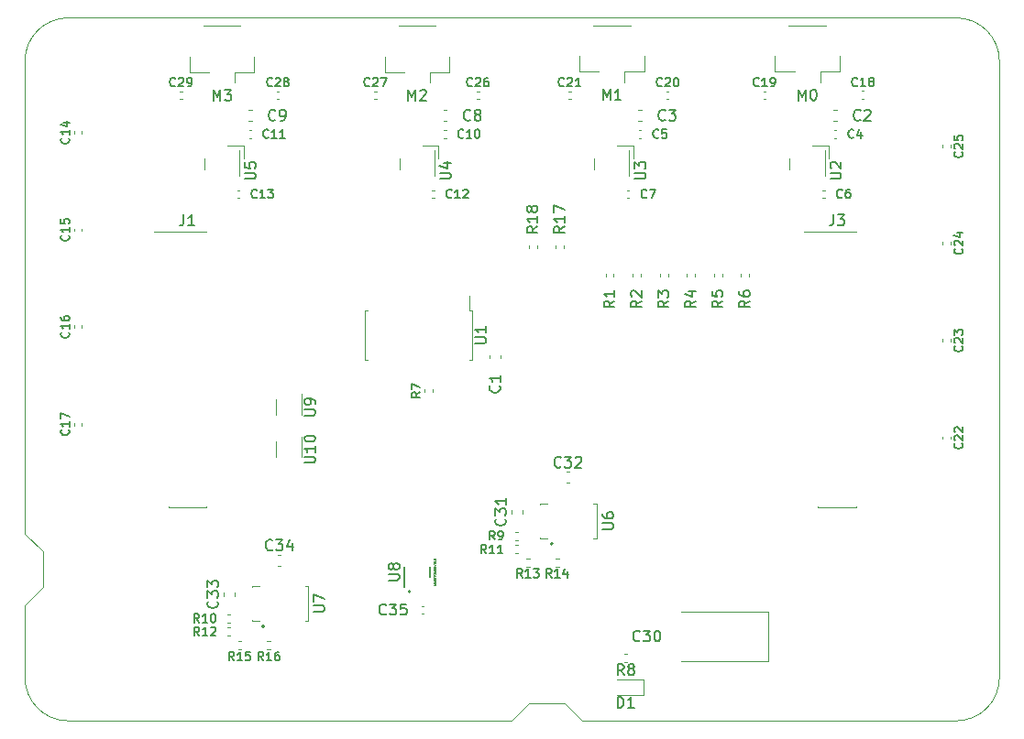
<source format=gto>
G04 #@! TF.GenerationSoftware,KiCad,Pcbnew,(5.99.0-11031-gb4f5b6ef3c)*
G04 #@! TF.CreationDate,2021-06-15T20:59:52-04:00*
G04 #@! TF.ProjectId,FlySensei_Stack_Actuation_ECAD,466c7953-656e-4736-9569-5f537461636b,0.1*
G04 #@! TF.SameCoordinates,Original*
G04 #@! TF.FileFunction,Legend,Top*
G04 #@! TF.FilePolarity,Positive*
%FSLAX46Y46*%
G04 Gerber Fmt 4.6, Leading zero omitted, Abs format (unit mm)*
G04 Created by KiCad (PCBNEW (5.99.0-11031-gb4f5b6ef3c)) date 2021-06-15 20:59:52*
%MOMM*%
%LPD*%
G01*
G04 APERTURE LIST*
G04 #@! TA.AperFunction,Profile*
%ADD10C,0.100000*%
G04 #@! TD*
%ADD11C,0.150000*%
%ADD12C,0.050000*%
%ADD13C,0.120000*%
%ADD14C,0.152400*%
%ADD15C,0.200000*%
%ADD16C,0.210000*%
G04 APERTURE END LIST*
D10*
X136550000Y-128350000D02*
X134900000Y-130000000D01*
X136550000Y-128350000D02*
X139850000Y-128350000D01*
X139850000Y-128350000D02*
X141500000Y-130000000D01*
X91650000Y-114350000D02*
X91650000Y-117650000D01*
X180000000Y-69000000D02*
X180000000Y-126000000D01*
X180000000Y-69000000D02*
G75*
G03*
X176000000Y-65000000I-4000000J0D01*
G01*
X91650000Y-114350000D02*
X90000000Y-112700000D01*
X141500000Y-130000000D02*
X176000000Y-130000000D01*
X94000000Y-65000000D02*
X176000000Y-65000000D01*
X91650000Y-117650000D02*
X90000000Y-119300000D01*
X90000000Y-126000000D02*
G75*
G03*
X94000000Y-130000000I4000000J0D01*
G01*
X134900000Y-130000000D02*
X94000000Y-130000000D01*
X94000000Y-65000000D02*
G75*
G03*
X90000000Y-69000000I0J-4000000D01*
G01*
X176000000Y-130000000D02*
G75*
G03*
X180000000Y-126000000I0J4000000D01*
G01*
X90000000Y-119300000D02*
X90000000Y-126000000D01*
X90000000Y-112700000D02*
X90000000Y-69000000D01*
D11*
G04 #@! TO.C,U3*
X146319380Y-79896904D02*
X147128904Y-79896904D01*
X147224142Y-79849285D01*
X147271761Y-79801666D01*
X147319380Y-79706428D01*
X147319380Y-79515952D01*
X147271761Y-79420714D01*
X147224142Y-79373095D01*
X147128904Y-79325476D01*
X146319380Y-79325476D01*
X146319380Y-78944523D02*
X146319380Y-78325476D01*
X146700333Y-78658809D01*
X146700333Y-78515952D01*
X146747952Y-78420714D01*
X146795571Y-78373095D01*
X146890809Y-78325476D01*
X147128904Y-78325476D01*
X147224142Y-78373095D01*
X147271761Y-78420714D01*
X147319380Y-78515952D01*
X147319380Y-78801666D01*
X147271761Y-78896904D01*
X147224142Y-78944523D01*
G04 #@! TO.C,C25*
X176545714Y-77389285D02*
X176583809Y-77427380D01*
X176621904Y-77541666D01*
X176621904Y-77617857D01*
X176583809Y-77732142D01*
X176507619Y-77808333D01*
X176431428Y-77846428D01*
X176279047Y-77884523D01*
X176164761Y-77884523D01*
X176012380Y-77846428D01*
X175936190Y-77808333D01*
X175860000Y-77732142D01*
X175821904Y-77617857D01*
X175821904Y-77541666D01*
X175860000Y-77427380D01*
X175898095Y-77389285D01*
X175898095Y-77084523D02*
X175860000Y-77046428D01*
X175821904Y-76970238D01*
X175821904Y-76779761D01*
X175860000Y-76703571D01*
X175898095Y-76665476D01*
X175974285Y-76627380D01*
X176050476Y-76627380D01*
X176164761Y-76665476D01*
X176621904Y-77122619D01*
X176621904Y-76627380D01*
X175821904Y-75903571D02*
X175821904Y-76284523D01*
X176202857Y-76322619D01*
X176164761Y-76284523D01*
X176126666Y-76208333D01*
X176126666Y-76017857D01*
X176164761Y-75941666D01*
X176202857Y-75903571D01*
X176279047Y-75865476D01*
X176469523Y-75865476D01*
X176545714Y-75903571D01*
X176583809Y-75941666D01*
X176621904Y-76017857D01*
X176621904Y-76208333D01*
X176583809Y-76284523D01*
X176545714Y-76322619D01*
G04 #@! TO.C,R6*
X156952380Y-91166666D02*
X156476190Y-91500000D01*
X156952380Y-91738095D02*
X155952380Y-91738095D01*
X155952380Y-91357142D01*
X156000000Y-91261904D01*
X156047619Y-91214285D01*
X156142857Y-91166666D01*
X156285714Y-91166666D01*
X156380952Y-91214285D01*
X156428571Y-91261904D01*
X156476190Y-91357142D01*
X156476190Y-91738095D01*
X155952380Y-90309523D02*
X155952380Y-90500000D01*
X156000000Y-90595238D01*
X156047619Y-90642857D01*
X156190476Y-90738095D01*
X156380952Y-90785714D01*
X156761904Y-90785714D01*
X156857142Y-90738095D01*
X156904761Y-90690476D01*
X156952380Y-90595238D01*
X156952380Y-90404761D01*
X156904761Y-90309523D01*
X156857142Y-90261904D01*
X156761904Y-90214285D01*
X156523809Y-90214285D01*
X156428571Y-90261904D01*
X156380952Y-90309523D01*
X156333333Y-90404761D01*
X156333333Y-90595238D01*
X156380952Y-90690476D01*
X156428571Y-90738095D01*
X156523809Y-90785714D01*
G04 #@! TO.C,R15*
X109310714Y-124421763D02*
X109044047Y-124040811D01*
X108853571Y-124421763D02*
X108853571Y-123621763D01*
X109158333Y-123621763D01*
X109234523Y-123659859D01*
X109272619Y-123697954D01*
X109310714Y-123774144D01*
X109310714Y-123888430D01*
X109272619Y-123964620D01*
X109234523Y-124002716D01*
X109158333Y-124040811D01*
X108853571Y-124040811D01*
X110072619Y-124421763D02*
X109615476Y-124421763D01*
X109844047Y-124421763D02*
X109844047Y-123621763D01*
X109767857Y-123736049D01*
X109691666Y-123812239D01*
X109615476Y-123850335D01*
X110796428Y-123621763D02*
X110415476Y-123621763D01*
X110377380Y-124002716D01*
X110415476Y-123964620D01*
X110491666Y-123926525D01*
X110682142Y-123926525D01*
X110758333Y-123964620D01*
X110796428Y-124002716D01*
X110834523Y-124078906D01*
X110834523Y-124269382D01*
X110796428Y-124345573D01*
X110758333Y-124383668D01*
X110682142Y-124421763D01*
X110491666Y-124421763D01*
X110415476Y-124383668D01*
X110377380Y-124345573D01*
G04 #@! TO.C,C32*
X139502142Y-106482142D02*
X139454523Y-106529761D01*
X139311666Y-106577380D01*
X139216428Y-106577380D01*
X139073571Y-106529761D01*
X138978333Y-106434523D01*
X138930714Y-106339285D01*
X138883095Y-106148809D01*
X138883095Y-106005952D01*
X138930714Y-105815476D01*
X138978333Y-105720238D01*
X139073571Y-105625000D01*
X139216428Y-105577380D01*
X139311666Y-105577380D01*
X139454523Y-105625000D01*
X139502142Y-105672619D01*
X139835476Y-105577380D02*
X140454523Y-105577380D01*
X140121190Y-105958333D01*
X140264047Y-105958333D01*
X140359285Y-106005952D01*
X140406904Y-106053571D01*
X140454523Y-106148809D01*
X140454523Y-106386904D01*
X140406904Y-106482142D01*
X140359285Y-106529761D01*
X140264047Y-106577380D01*
X139978333Y-106577380D01*
X139883095Y-106529761D01*
X139835476Y-106482142D01*
X140835476Y-105672619D02*
X140883095Y-105625000D01*
X140978333Y-105577380D01*
X141216428Y-105577380D01*
X141311666Y-105625000D01*
X141359285Y-105672619D01*
X141406904Y-105767857D01*
X141406904Y-105863095D01*
X141359285Y-106005952D01*
X140787857Y-106577380D01*
X141406904Y-106577380D01*
G04 #@! TO.C,C14*
X94025714Y-76114285D02*
X94063809Y-76152380D01*
X94101904Y-76266666D01*
X94101904Y-76342857D01*
X94063809Y-76457142D01*
X93987619Y-76533333D01*
X93911428Y-76571428D01*
X93759047Y-76609523D01*
X93644761Y-76609523D01*
X93492380Y-76571428D01*
X93416190Y-76533333D01*
X93340000Y-76457142D01*
X93301904Y-76342857D01*
X93301904Y-76266666D01*
X93340000Y-76152380D01*
X93378095Y-76114285D01*
X94101904Y-75352380D02*
X94101904Y-75809523D01*
X94101904Y-75580952D02*
X93301904Y-75580952D01*
X93416190Y-75657142D01*
X93492380Y-75733333D01*
X93530476Y-75809523D01*
X93568571Y-74666666D02*
X94101904Y-74666666D01*
X93263809Y-74857142D02*
X93835238Y-75047619D01*
X93835238Y-74552380D01*
G04 #@! TO.C,U8*
X123577380Y-116993954D02*
X124386904Y-116993954D01*
X124482142Y-116946335D01*
X124529761Y-116898716D01*
X124577380Y-116803478D01*
X124577380Y-116613002D01*
X124529761Y-116517764D01*
X124482142Y-116470145D01*
X124386904Y-116422526D01*
X123577380Y-116422526D01*
X124005952Y-115803478D02*
X123958333Y-115898716D01*
X123910714Y-115946335D01*
X123815476Y-115993954D01*
X123767857Y-115993954D01*
X123672619Y-115946335D01*
X123625000Y-115898716D01*
X123577380Y-115803478D01*
X123577380Y-115613002D01*
X123625000Y-115517764D01*
X123672619Y-115470145D01*
X123767857Y-115422526D01*
X123815476Y-115422526D01*
X123910714Y-115470145D01*
X123958333Y-115517764D01*
X124005952Y-115613002D01*
X124005952Y-115803478D01*
X124053571Y-115898716D01*
X124101190Y-115946335D01*
X124196428Y-115993954D01*
X124386904Y-115993954D01*
X124482142Y-115946335D01*
X124529761Y-115898716D01*
X124577380Y-115803478D01*
X124577380Y-115613002D01*
X124529761Y-115517764D01*
X124482142Y-115470145D01*
X124386904Y-115422526D01*
X124196428Y-115422526D01*
X124101190Y-115470145D01*
X124053571Y-115517764D01*
X124005952Y-115613002D01*
D12*
X127940476Y-117446335D02*
X127740476Y-117446335D01*
X127883333Y-117379669D01*
X127740476Y-117313002D01*
X127940476Y-117313002D01*
X127883333Y-117227288D02*
X127883333Y-117132050D01*
X127940476Y-117246335D02*
X127740476Y-117179669D01*
X127940476Y-117113002D01*
X127740476Y-117065383D02*
X127940476Y-116932050D01*
X127740476Y-116932050D02*
X127940476Y-117065383D01*
X127940476Y-116751097D02*
X127940476Y-116865383D01*
X127940476Y-116808240D02*
X127740476Y-116808240D01*
X127769047Y-116827288D01*
X127788095Y-116846335D01*
X127797619Y-116865383D01*
X127740476Y-116684430D02*
X127740476Y-116551097D01*
X127940476Y-116636811D01*
X127740476Y-116436811D02*
X127740476Y-116417764D01*
X127750000Y-116398716D01*
X127759523Y-116389192D01*
X127778571Y-116379669D01*
X127816666Y-116370145D01*
X127864285Y-116370145D01*
X127902380Y-116379669D01*
X127921428Y-116389192D01*
X127930952Y-116398716D01*
X127940476Y-116417764D01*
X127940476Y-116436811D01*
X127930952Y-116455859D01*
X127921428Y-116465383D01*
X127902380Y-116474907D01*
X127864285Y-116484430D01*
X127816666Y-116484430D01*
X127778571Y-116474907D01*
X127759523Y-116465383D01*
X127750000Y-116455859D01*
X127740476Y-116436811D01*
X127807142Y-116198716D02*
X127940476Y-116198716D01*
X127730952Y-116246335D02*
X127873809Y-116293954D01*
X127873809Y-116170145D01*
X127940476Y-116084430D02*
X127940476Y-116046335D01*
X127930952Y-116027288D01*
X127921428Y-116017764D01*
X127892857Y-115998716D01*
X127854761Y-115989192D01*
X127778571Y-115989192D01*
X127759523Y-115998716D01*
X127750000Y-116008240D01*
X127740476Y-116027288D01*
X127740476Y-116065383D01*
X127750000Y-116084430D01*
X127759523Y-116093954D01*
X127778571Y-116103478D01*
X127826190Y-116103478D01*
X127845238Y-116093954D01*
X127854761Y-116084430D01*
X127864285Y-116065383D01*
X127864285Y-116027288D01*
X127854761Y-116008240D01*
X127845238Y-115998716D01*
X127826190Y-115989192D01*
X127750000Y-115798716D02*
X127740476Y-115817764D01*
X127740476Y-115846335D01*
X127750000Y-115874907D01*
X127769047Y-115893954D01*
X127788095Y-115903478D01*
X127826190Y-115913002D01*
X127854761Y-115913002D01*
X127892857Y-115903478D01*
X127911904Y-115893954D01*
X127930952Y-115874907D01*
X127940476Y-115846335D01*
X127940476Y-115827288D01*
X127930952Y-115798716D01*
X127921428Y-115789192D01*
X127854761Y-115789192D01*
X127854761Y-115827288D01*
X127864285Y-115703478D02*
X127864285Y-115551097D01*
X127940476Y-115627288D02*
X127788095Y-115627288D01*
X127740476Y-115484430D02*
X127740476Y-115370145D01*
X127940476Y-115427288D02*
X127740476Y-115427288D01*
X127940476Y-115198716D02*
X127940476Y-115313002D01*
X127940476Y-115255859D02*
X127740476Y-115255859D01*
X127769047Y-115274907D01*
X127788095Y-115293954D01*
X127797619Y-115313002D01*
X127740476Y-115074907D02*
X127740476Y-115055859D01*
X127750000Y-115036811D01*
X127759523Y-115027288D01*
X127778571Y-115017764D01*
X127816666Y-115008240D01*
X127864285Y-115008240D01*
X127902380Y-115017764D01*
X127921428Y-115027288D01*
X127930952Y-115036811D01*
X127940476Y-115055859D01*
X127940476Y-115074907D01*
X127930952Y-115093954D01*
X127921428Y-115103478D01*
X127902380Y-115113002D01*
X127864285Y-115122526D01*
X127816666Y-115122526D01*
X127778571Y-115113002D01*
X127759523Y-115103478D01*
X127750000Y-115093954D01*
X127740476Y-115074907D01*
D11*
G04 #@! TO.C,U5*
X110319380Y-79896904D02*
X111128904Y-79896904D01*
X111224142Y-79849285D01*
X111271761Y-79801666D01*
X111319380Y-79706428D01*
X111319380Y-79515952D01*
X111271761Y-79420714D01*
X111224142Y-79373095D01*
X111128904Y-79325476D01*
X110319380Y-79325476D01*
X110319380Y-78373095D02*
X110319380Y-78849285D01*
X110795571Y-78896904D01*
X110747952Y-78849285D01*
X110700333Y-78754047D01*
X110700333Y-78515952D01*
X110747952Y-78420714D01*
X110795571Y-78373095D01*
X110890809Y-78325476D01*
X111128904Y-78325476D01*
X111224142Y-78373095D01*
X111271761Y-78420714D01*
X111319380Y-78515952D01*
X111319380Y-78754047D01*
X111271761Y-78849285D01*
X111224142Y-78896904D01*
G04 #@! TO.C,C21*
X139785714Y-71275714D02*
X139747619Y-71313809D01*
X139633333Y-71351904D01*
X139557142Y-71351904D01*
X139442857Y-71313809D01*
X139366666Y-71237619D01*
X139328571Y-71161428D01*
X139290476Y-71009047D01*
X139290476Y-70894761D01*
X139328571Y-70742380D01*
X139366666Y-70666190D01*
X139442857Y-70590000D01*
X139557142Y-70551904D01*
X139633333Y-70551904D01*
X139747619Y-70590000D01*
X139785714Y-70628095D01*
X140090476Y-70628095D02*
X140128571Y-70590000D01*
X140204761Y-70551904D01*
X140395238Y-70551904D01*
X140471428Y-70590000D01*
X140509523Y-70628095D01*
X140547619Y-70704285D01*
X140547619Y-70780476D01*
X140509523Y-70894761D01*
X140052380Y-71351904D01*
X140547619Y-71351904D01*
X141309523Y-71351904D02*
X140852380Y-71351904D01*
X141080952Y-71351904D02*
X141080952Y-70551904D01*
X141004761Y-70666190D01*
X140928571Y-70742380D01*
X140852380Y-70780476D01*
G04 #@! TO.C,C19*
X157785714Y-71275714D02*
X157747619Y-71313809D01*
X157633333Y-71351904D01*
X157557142Y-71351904D01*
X157442857Y-71313809D01*
X157366666Y-71237619D01*
X157328571Y-71161428D01*
X157290476Y-71009047D01*
X157290476Y-70894761D01*
X157328571Y-70742380D01*
X157366666Y-70666190D01*
X157442857Y-70590000D01*
X157557142Y-70551904D01*
X157633333Y-70551904D01*
X157747619Y-70590000D01*
X157785714Y-70628095D01*
X158547619Y-71351904D02*
X158090476Y-71351904D01*
X158319047Y-71351904D02*
X158319047Y-70551904D01*
X158242857Y-70666190D01*
X158166666Y-70742380D01*
X158090476Y-70780476D01*
X158928571Y-71351904D02*
X159080952Y-71351904D01*
X159157142Y-71313809D01*
X159195238Y-71275714D01*
X159271428Y-71161428D01*
X159309523Y-71009047D01*
X159309523Y-70704285D01*
X159271428Y-70628095D01*
X159233333Y-70590000D01*
X159157142Y-70551904D01*
X159004761Y-70551904D01*
X158928571Y-70590000D01*
X158890476Y-70628095D01*
X158852380Y-70704285D01*
X158852380Y-70894761D01*
X158890476Y-70970952D01*
X158928571Y-71009047D01*
X159004761Y-71047142D01*
X159157142Y-71047142D01*
X159233333Y-71009047D01*
X159271428Y-70970952D01*
X159309523Y-70894761D01*
G04 #@! TO.C,C8*
X131133333Y-74407142D02*
X131085714Y-74454761D01*
X130942857Y-74502380D01*
X130847619Y-74502380D01*
X130704761Y-74454761D01*
X130609523Y-74359523D01*
X130561904Y-74264285D01*
X130514285Y-74073809D01*
X130514285Y-73930952D01*
X130561904Y-73740476D01*
X130609523Y-73645238D01*
X130704761Y-73550000D01*
X130847619Y-73502380D01*
X130942857Y-73502380D01*
X131085714Y-73550000D01*
X131133333Y-73597619D01*
X131704761Y-73930952D02*
X131609523Y-73883333D01*
X131561904Y-73835714D01*
X131514285Y-73740476D01*
X131514285Y-73692857D01*
X131561904Y-73597619D01*
X131609523Y-73550000D01*
X131704761Y-73502380D01*
X131895238Y-73502380D01*
X131990476Y-73550000D01*
X132038095Y-73597619D01*
X132085714Y-73692857D01*
X132085714Y-73740476D01*
X132038095Y-73835714D01*
X131990476Y-73883333D01*
X131895238Y-73930952D01*
X131704761Y-73930952D01*
X131609523Y-73978571D01*
X131561904Y-74026190D01*
X131514285Y-74121428D01*
X131514285Y-74311904D01*
X131561904Y-74407142D01*
X131609523Y-74454761D01*
X131704761Y-74502380D01*
X131895238Y-74502380D01*
X131990476Y-74454761D01*
X132038095Y-74407142D01*
X132085714Y-74311904D01*
X132085714Y-74121428D01*
X132038095Y-74026190D01*
X131990476Y-73978571D01*
X131895238Y-73930952D01*
G04 #@! TO.C,U2*
X164369380Y-79896904D02*
X165178904Y-79896904D01*
X165274142Y-79849285D01*
X165321761Y-79801666D01*
X165369380Y-79706428D01*
X165369380Y-79515952D01*
X165321761Y-79420714D01*
X165274142Y-79373095D01*
X165178904Y-79325476D01*
X164369380Y-79325476D01*
X164464619Y-78896904D02*
X164417000Y-78849285D01*
X164369380Y-78754047D01*
X164369380Y-78515952D01*
X164417000Y-78420714D01*
X164464619Y-78373095D01*
X164559857Y-78325476D01*
X164655095Y-78325476D01*
X164797952Y-78373095D01*
X165369380Y-78944523D01*
X165369380Y-78325476D01*
G04 #@! TO.C,R8*
X145313333Y-125772380D02*
X144980000Y-125296190D01*
X144741904Y-125772380D02*
X144741904Y-124772380D01*
X145122857Y-124772380D01*
X145218095Y-124820000D01*
X145265714Y-124867619D01*
X145313333Y-124962857D01*
X145313333Y-125105714D01*
X145265714Y-125200952D01*
X145218095Y-125248571D01*
X145122857Y-125296190D01*
X144741904Y-125296190D01*
X145884761Y-125200952D02*
X145789523Y-125153333D01*
X145741904Y-125105714D01*
X145694285Y-125010476D01*
X145694285Y-124962857D01*
X145741904Y-124867619D01*
X145789523Y-124820000D01*
X145884761Y-124772380D01*
X146075238Y-124772380D01*
X146170476Y-124820000D01*
X146218095Y-124867619D01*
X146265714Y-124962857D01*
X146265714Y-125010476D01*
X146218095Y-125105714D01*
X146170476Y-125153333D01*
X146075238Y-125200952D01*
X145884761Y-125200952D01*
X145789523Y-125248571D01*
X145741904Y-125296190D01*
X145694285Y-125391428D01*
X145694285Y-125581904D01*
X145741904Y-125677142D01*
X145789523Y-125724761D01*
X145884761Y-125772380D01*
X146075238Y-125772380D01*
X146170476Y-125724761D01*
X146218095Y-125677142D01*
X146265714Y-125581904D01*
X146265714Y-125391428D01*
X146218095Y-125296190D01*
X146170476Y-125248571D01*
X146075238Y-125200952D01*
G04 #@! TO.C,R16*
X112010714Y-124421763D02*
X111744047Y-124040811D01*
X111553571Y-124421763D02*
X111553571Y-123621763D01*
X111858333Y-123621763D01*
X111934523Y-123659859D01*
X111972619Y-123697954D01*
X112010714Y-123774144D01*
X112010714Y-123888430D01*
X111972619Y-123964620D01*
X111934523Y-124002716D01*
X111858333Y-124040811D01*
X111553571Y-124040811D01*
X112772619Y-124421763D02*
X112315476Y-124421763D01*
X112544047Y-124421763D02*
X112544047Y-123621763D01*
X112467857Y-123736049D01*
X112391666Y-123812239D01*
X112315476Y-123850335D01*
X113458333Y-123621763D02*
X113305952Y-123621763D01*
X113229761Y-123659859D01*
X113191666Y-123697954D01*
X113115476Y-123812239D01*
X113077380Y-123964620D01*
X113077380Y-124269382D01*
X113115476Y-124345573D01*
X113153571Y-124383668D01*
X113229761Y-124421763D01*
X113382142Y-124421763D01*
X113458333Y-124383668D01*
X113496428Y-124345573D01*
X113534523Y-124269382D01*
X113534523Y-124078906D01*
X113496428Y-124002716D01*
X113458333Y-123964620D01*
X113382142Y-123926525D01*
X113229761Y-123926525D01*
X113153571Y-123964620D01*
X113115476Y-124002716D01*
X113077380Y-124078906D01*
G04 #@! TO.C,C29*
X103885714Y-71275714D02*
X103847619Y-71313809D01*
X103733333Y-71351904D01*
X103657142Y-71351904D01*
X103542857Y-71313809D01*
X103466666Y-71237619D01*
X103428571Y-71161428D01*
X103390476Y-71009047D01*
X103390476Y-70894761D01*
X103428571Y-70742380D01*
X103466666Y-70666190D01*
X103542857Y-70590000D01*
X103657142Y-70551904D01*
X103733333Y-70551904D01*
X103847619Y-70590000D01*
X103885714Y-70628095D01*
X104190476Y-70628095D02*
X104228571Y-70590000D01*
X104304761Y-70551904D01*
X104495238Y-70551904D01*
X104571428Y-70590000D01*
X104609523Y-70628095D01*
X104647619Y-70704285D01*
X104647619Y-70780476D01*
X104609523Y-70894761D01*
X104152380Y-71351904D01*
X104647619Y-71351904D01*
X105028571Y-71351904D02*
X105180952Y-71351904D01*
X105257142Y-71313809D01*
X105295238Y-71275714D01*
X105371428Y-71161428D01*
X105409523Y-71009047D01*
X105409523Y-70704285D01*
X105371428Y-70628095D01*
X105333333Y-70590000D01*
X105257142Y-70551904D01*
X105104761Y-70551904D01*
X105028571Y-70590000D01*
X104990476Y-70628095D01*
X104952380Y-70704285D01*
X104952380Y-70894761D01*
X104990476Y-70970952D01*
X105028571Y-71009047D01*
X105104761Y-71047142D01*
X105257142Y-71047142D01*
X105333333Y-71009047D01*
X105371428Y-70970952D01*
X105409523Y-70894761D01*
G04 #@! TO.C,R3*
X149452380Y-91166666D02*
X148976190Y-91500000D01*
X149452380Y-91738095D02*
X148452380Y-91738095D01*
X148452380Y-91357142D01*
X148500000Y-91261904D01*
X148547619Y-91214285D01*
X148642857Y-91166666D01*
X148785714Y-91166666D01*
X148880952Y-91214285D01*
X148928571Y-91261904D01*
X148976190Y-91357142D01*
X148976190Y-91738095D01*
X148452380Y-90833333D02*
X148452380Y-90214285D01*
X148833333Y-90547619D01*
X148833333Y-90404761D01*
X148880952Y-90309523D01*
X148928571Y-90261904D01*
X149023809Y-90214285D01*
X149261904Y-90214285D01*
X149357142Y-90261904D01*
X149404761Y-90309523D01*
X149452380Y-90404761D01*
X149452380Y-90690476D01*
X149404761Y-90785714D01*
X149357142Y-90833333D01*
G04 #@! TO.C,C3*
X149133333Y-74407142D02*
X149085714Y-74454761D01*
X148942857Y-74502380D01*
X148847619Y-74502380D01*
X148704761Y-74454761D01*
X148609523Y-74359523D01*
X148561904Y-74264285D01*
X148514285Y-74073809D01*
X148514285Y-73930952D01*
X148561904Y-73740476D01*
X148609523Y-73645238D01*
X148704761Y-73550000D01*
X148847619Y-73502380D01*
X148942857Y-73502380D01*
X149085714Y-73550000D01*
X149133333Y-73597619D01*
X149466666Y-73502380D02*
X150085714Y-73502380D01*
X149752380Y-73883333D01*
X149895238Y-73883333D01*
X149990476Y-73930952D01*
X150038095Y-73978571D01*
X150085714Y-74073809D01*
X150085714Y-74311904D01*
X150038095Y-74407142D01*
X149990476Y-74454761D01*
X149895238Y-74502380D01*
X149609523Y-74502380D01*
X149514285Y-74454761D01*
X149466666Y-74407142D01*
G04 #@! TO.C,M3*
X107390476Y-72652380D02*
X107390476Y-71652380D01*
X107723809Y-72366666D01*
X108057142Y-71652380D01*
X108057142Y-72652380D01*
X108438095Y-71652380D02*
X109057142Y-71652380D01*
X108723809Y-72033333D01*
X108866666Y-72033333D01*
X108961904Y-72080952D01*
X109009523Y-72128571D01*
X109057142Y-72223809D01*
X109057142Y-72461904D01*
X109009523Y-72557142D01*
X108961904Y-72604761D01*
X108866666Y-72652380D01*
X108580952Y-72652380D01*
X108485714Y-72604761D01*
X108438095Y-72557142D01*
G04 #@! TO.C,C24*
X176545714Y-86339284D02*
X176583809Y-86377379D01*
X176621904Y-86491665D01*
X176621904Y-86567856D01*
X176583809Y-86682141D01*
X176507619Y-86758332D01*
X176431428Y-86796427D01*
X176279047Y-86834522D01*
X176164761Y-86834522D01*
X176012380Y-86796427D01*
X175936190Y-86758332D01*
X175860000Y-86682141D01*
X175821904Y-86567856D01*
X175821904Y-86491665D01*
X175860000Y-86377379D01*
X175898095Y-86339284D01*
X175898095Y-86034522D02*
X175860000Y-85996427D01*
X175821904Y-85920237D01*
X175821904Y-85729760D01*
X175860000Y-85653570D01*
X175898095Y-85615475D01*
X175974285Y-85577379D01*
X176050476Y-85577379D01*
X176164761Y-85615475D01*
X176621904Y-86072618D01*
X176621904Y-85577379D01*
X176088571Y-84891665D02*
X176621904Y-84891665D01*
X175783809Y-85082141D02*
X176355238Y-85272618D01*
X176355238Y-84777379D01*
G04 #@! TO.C,M2*
X125390476Y-72652380D02*
X125390476Y-71652380D01*
X125723809Y-72366666D01*
X126057142Y-71652380D01*
X126057142Y-72652380D01*
X126485714Y-71747619D02*
X126533333Y-71700000D01*
X126628571Y-71652380D01*
X126866666Y-71652380D01*
X126961904Y-71700000D01*
X127009523Y-71747619D01*
X127057142Y-71842857D01*
X127057142Y-71938095D01*
X127009523Y-72080952D01*
X126438095Y-72652380D01*
X127057142Y-72652380D01*
G04 #@! TO.C,R4*
X151952380Y-91166666D02*
X151476190Y-91500000D01*
X151952380Y-91738095D02*
X150952380Y-91738095D01*
X150952380Y-91357142D01*
X151000000Y-91261904D01*
X151047619Y-91214285D01*
X151142857Y-91166666D01*
X151285714Y-91166666D01*
X151380952Y-91214285D01*
X151428571Y-91261904D01*
X151476190Y-91357142D01*
X151476190Y-91738095D01*
X151285714Y-90309523D02*
X151952380Y-90309523D01*
X150904761Y-90547619D02*
X151619047Y-90785714D01*
X151619047Y-90166666D01*
G04 #@! TO.C,C6*
X165466666Y-81585714D02*
X165428571Y-81623809D01*
X165314285Y-81661904D01*
X165238095Y-81661904D01*
X165123809Y-81623809D01*
X165047619Y-81547619D01*
X165009523Y-81471428D01*
X164971428Y-81319047D01*
X164971428Y-81204761D01*
X165009523Y-81052380D01*
X165047619Y-80976190D01*
X165123809Y-80900000D01*
X165238095Y-80861904D01*
X165314285Y-80861904D01*
X165428571Y-80900000D01*
X165466666Y-80938095D01*
X166152380Y-80861904D02*
X166000000Y-80861904D01*
X165923809Y-80900000D01*
X165885714Y-80938095D01*
X165809523Y-81052380D01*
X165771428Y-81204761D01*
X165771428Y-81509523D01*
X165809523Y-81585714D01*
X165847619Y-81623809D01*
X165923809Y-81661904D01*
X166076190Y-81661904D01*
X166152380Y-81623809D01*
X166190476Y-81585714D01*
X166228571Y-81509523D01*
X166228571Y-81319047D01*
X166190476Y-81242857D01*
X166152380Y-81204761D01*
X166076190Y-81166666D01*
X165923809Y-81166666D01*
X165847619Y-81204761D01*
X165809523Y-81242857D01*
X165771428Y-81319047D01*
G04 #@! TO.C,C10*
X130485714Y-76035714D02*
X130447619Y-76073809D01*
X130333333Y-76111904D01*
X130257142Y-76111904D01*
X130142857Y-76073809D01*
X130066666Y-75997619D01*
X130028571Y-75921428D01*
X129990476Y-75769047D01*
X129990476Y-75654761D01*
X130028571Y-75502380D01*
X130066666Y-75426190D01*
X130142857Y-75350000D01*
X130257142Y-75311904D01*
X130333333Y-75311904D01*
X130447619Y-75350000D01*
X130485714Y-75388095D01*
X131247619Y-76111904D02*
X130790476Y-76111904D01*
X131019047Y-76111904D02*
X131019047Y-75311904D01*
X130942857Y-75426190D01*
X130866666Y-75502380D01*
X130790476Y-75540476D01*
X131742857Y-75311904D02*
X131819047Y-75311904D01*
X131895238Y-75350000D01*
X131933333Y-75388095D01*
X131971428Y-75464285D01*
X132009523Y-75616666D01*
X132009523Y-75807142D01*
X131971428Y-75959523D01*
X131933333Y-76035714D01*
X131895238Y-76073809D01*
X131819047Y-76111904D01*
X131742857Y-76111904D01*
X131666666Y-76073809D01*
X131628571Y-76035714D01*
X131590476Y-75959523D01*
X131552380Y-75807142D01*
X131552380Y-75616666D01*
X131590476Y-75464285D01*
X131628571Y-75388095D01*
X131666666Y-75350000D01*
X131742857Y-75311904D01*
G04 #@! TO.C,C2*
X167158333Y-74407142D02*
X167110714Y-74454761D01*
X166967857Y-74502380D01*
X166872619Y-74502380D01*
X166729761Y-74454761D01*
X166634523Y-74359523D01*
X166586904Y-74264285D01*
X166539285Y-74073809D01*
X166539285Y-73930952D01*
X166586904Y-73740476D01*
X166634523Y-73645238D01*
X166729761Y-73550000D01*
X166872619Y-73502380D01*
X166967857Y-73502380D01*
X167110714Y-73550000D01*
X167158333Y-73597619D01*
X167539285Y-73597619D02*
X167586904Y-73550000D01*
X167682142Y-73502380D01*
X167920238Y-73502380D01*
X168015476Y-73550000D01*
X168063095Y-73597619D01*
X168110714Y-73692857D01*
X168110714Y-73788095D01*
X168063095Y-73930952D01*
X167491666Y-74502380D01*
X168110714Y-74502380D01*
G04 #@! TO.C,C33*
X107752142Y-118942857D02*
X107799761Y-118990476D01*
X107847380Y-119133333D01*
X107847380Y-119228571D01*
X107799761Y-119371428D01*
X107704523Y-119466666D01*
X107609285Y-119514285D01*
X107418809Y-119561904D01*
X107275952Y-119561904D01*
X107085476Y-119514285D01*
X106990238Y-119466666D01*
X106895000Y-119371428D01*
X106847380Y-119228571D01*
X106847380Y-119133333D01*
X106895000Y-118990476D01*
X106942619Y-118942857D01*
X106847380Y-118609523D02*
X106847380Y-117990476D01*
X107228333Y-118323809D01*
X107228333Y-118180952D01*
X107275952Y-118085714D01*
X107323571Y-118038095D01*
X107418809Y-117990476D01*
X107656904Y-117990476D01*
X107752142Y-118038095D01*
X107799761Y-118085714D01*
X107847380Y-118180952D01*
X107847380Y-118466666D01*
X107799761Y-118561904D01*
X107752142Y-118609523D01*
X106847380Y-117657142D02*
X106847380Y-117038095D01*
X107228333Y-117371428D01*
X107228333Y-117228571D01*
X107275952Y-117133333D01*
X107323571Y-117085714D01*
X107418809Y-117038095D01*
X107656904Y-117038095D01*
X107752142Y-117085714D01*
X107799761Y-117133333D01*
X107847380Y-117228571D01*
X107847380Y-117514285D01*
X107799761Y-117609523D01*
X107752142Y-117657142D01*
G04 #@! TO.C,C17*
X94025714Y-103089285D02*
X94063809Y-103127380D01*
X94101904Y-103241666D01*
X94101904Y-103317857D01*
X94063809Y-103432142D01*
X93987619Y-103508333D01*
X93911428Y-103546428D01*
X93759047Y-103584523D01*
X93644761Y-103584523D01*
X93492380Y-103546428D01*
X93416190Y-103508333D01*
X93340000Y-103432142D01*
X93301904Y-103317857D01*
X93301904Y-103241666D01*
X93340000Y-103127380D01*
X93378095Y-103089285D01*
X94101904Y-102327380D02*
X94101904Y-102784523D01*
X94101904Y-102555952D02*
X93301904Y-102555952D01*
X93416190Y-102632142D01*
X93492380Y-102708333D01*
X93530476Y-102784523D01*
X93301904Y-102060714D02*
X93301904Y-101527380D01*
X94101904Y-101870238D01*
G04 #@! TO.C,R1*
X144452380Y-91166666D02*
X143976190Y-91500000D01*
X144452380Y-91738095D02*
X143452380Y-91738095D01*
X143452380Y-91357142D01*
X143500000Y-91261904D01*
X143547619Y-91214285D01*
X143642857Y-91166666D01*
X143785714Y-91166666D01*
X143880952Y-91214285D01*
X143928571Y-91261904D01*
X143976190Y-91357142D01*
X143976190Y-91738095D01*
X144452380Y-90214285D02*
X144452380Y-90785714D01*
X144452380Y-90500000D02*
X143452380Y-90500000D01*
X143595238Y-90595238D01*
X143690476Y-90690476D01*
X143738095Y-90785714D01*
G04 #@! TO.C,U1*
X131577380Y-95086903D02*
X132386904Y-95086903D01*
X132482142Y-95039284D01*
X132529761Y-94991665D01*
X132577380Y-94896427D01*
X132577380Y-94705951D01*
X132529761Y-94610713D01*
X132482142Y-94563094D01*
X132386904Y-94515475D01*
X131577380Y-94515475D01*
X132577380Y-93515475D02*
X132577380Y-94086903D01*
X132577380Y-93801189D02*
X131577380Y-93801189D01*
X131720238Y-93896427D01*
X131815476Y-93991665D01*
X131863095Y-94086903D01*
G04 #@! TO.C,C27*
X121835714Y-71275714D02*
X121797619Y-71313809D01*
X121683333Y-71351904D01*
X121607142Y-71351904D01*
X121492857Y-71313809D01*
X121416666Y-71237619D01*
X121378571Y-71161428D01*
X121340476Y-71009047D01*
X121340476Y-70894761D01*
X121378571Y-70742380D01*
X121416666Y-70666190D01*
X121492857Y-70590000D01*
X121607142Y-70551904D01*
X121683333Y-70551904D01*
X121797619Y-70590000D01*
X121835714Y-70628095D01*
X122140476Y-70628095D02*
X122178571Y-70590000D01*
X122254761Y-70551904D01*
X122445238Y-70551904D01*
X122521428Y-70590000D01*
X122559523Y-70628095D01*
X122597619Y-70704285D01*
X122597619Y-70780476D01*
X122559523Y-70894761D01*
X122102380Y-71351904D01*
X122597619Y-71351904D01*
X122864285Y-70551904D02*
X123397619Y-70551904D01*
X123054761Y-71351904D01*
G04 #@! TO.C,C35*
X123357142Y-120107142D02*
X123309523Y-120154761D01*
X123166666Y-120202380D01*
X123071428Y-120202380D01*
X122928571Y-120154761D01*
X122833333Y-120059523D01*
X122785714Y-119964285D01*
X122738095Y-119773809D01*
X122738095Y-119630952D01*
X122785714Y-119440476D01*
X122833333Y-119345238D01*
X122928571Y-119250000D01*
X123071428Y-119202380D01*
X123166666Y-119202380D01*
X123309523Y-119250000D01*
X123357142Y-119297619D01*
X123690476Y-119202380D02*
X124309523Y-119202380D01*
X123976190Y-119583333D01*
X124119047Y-119583333D01*
X124214285Y-119630952D01*
X124261904Y-119678571D01*
X124309523Y-119773809D01*
X124309523Y-120011904D01*
X124261904Y-120107142D01*
X124214285Y-120154761D01*
X124119047Y-120202380D01*
X123833333Y-120202380D01*
X123738095Y-120154761D01*
X123690476Y-120107142D01*
X125214285Y-119202380D02*
X124738095Y-119202380D01*
X124690476Y-119678571D01*
X124738095Y-119630952D01*
X124833333Y-119583333D01*
X125071428Y-119583333D01*
X125166666Y-119630952D01*
X125214285Y-119678571D01*
X125261904Y-119773809D01*
X125261904Y-120011904D01*
X125214285Y-120107142D01*
X125166666Y-120154761D01*
X125071428Y-120202380D01*
X124833333Y-120202380D01*
X124738095Y-120154761D01*
X124690476Y-120107142D01*
G04 #@! TO.C,U6*
X143337380Y-112286904D02*
X144146904Y-112286904D01*
X144242142Y-112239285D01*
X144289761Y-112191666D01*
X144337380Y-112096428D01*
X144337380Y-111905952D01*
X144289761Y-111810714D01*
X144242142Y-111763095D01*
X144146904Y-111715476D01*
X143337380Y-111715476D01*
X143337380Y-110810714D02*
X143337380Y-111001190D01*
X143385000Y-111096428D01*
X143432619Y-111144047D01*
X143575476Y-111239285D01*
X143765952Y-111286904D01*
X144146904Y-111286904D01*
X144242142Y-111239285D01*
X144289761Y-111191666D01*
X144337380Y-111096428D01*
X144337380Y-110905952D01*
X144289761Y-110810714D01*
X144242142Y-110763095D01*
X144146904Y-110715476D01*
X143908809Y-110715476D01*
X143813571Y-110763095D01*
X143765952Y-110810714D01*
X143718333Y-110905952D01*
X143718333Y-111096428D01*
X143765952Y-111191666D01*
X143813571Y-111239285D01*
X143908809Y-111286904D01*
G04 #@! TO.C,C11*
X112485714Y-76035714D02*
X112447619Y-76073809D01*
X112333333Y-76111904D01*
X112257142Y-76111904D01*
X112142857Y-76073809D01*
X112066666Y-75997619D01*
X112028571Y-75921428D01*
X111990476Y-75769047D01*
X111990476Y-75654761D01*
X112028571Y-75502380D01*
X112066666Y-75426190D01*
X112142857Y-75350000D01*
X112257142Y-75311904D01*
X112333333Y-75311904D01*
X112447619Y-75350000D01*
X112485714Y-75388095D01*
X113247619Y-76111904D02*
X112790476Y-76111904D01*
X113019047Y-76111904D02*
X113019047Y-75311904D01*
X112942857Y-75426190D01*
X112866666Y-75502380D01*
X112790476Y-75540476D01*
X114009523Y-76111904D02*
X113552380Y-76111904D01*
X113780952Y-76111904D02*
X113780952Y-75311904D01*
X113704761Y-75426190D01*
X113628571Y-75502380D01*
X113552380Y-75540476D01*
G04 #@! TO.C,R12*
X106100714Y-122111904D02*
X105834047Y-121730952D01*
X105643571Y-122111904D02*
X105643571Y-121311904D01*
X105948333Y-121311904D01*
X106024523Y-121350000D01*
X106062619Y-121388095D01*
X106100714Y-121464285D01*
X106100714Y-121578571D01*
X106062619Y-121654761D01*
X106024523Y-121692857D01*
X105948333Y-121730952D01*
X105643571Y-121730952D01*
X106862619Y-122111904D02*
X106405476Y-122111904D01*
X106634047Y-122111904D02*
X106634047Y-121311904D01*
X106557857Y-121426190D01*
X106481666Y-121502380D01*
X106405476Y-121540476D01*
X107167380Y-121388095D02*
X107205476Y-121350000D01*
X107281666Y-121311904D01*
X107472142Y-121311904D01*
X107548333Y-121350000D01*
X107586428Y-121388095D01*
X107624523Y-121464285D01*
X107624523Y-121540476D01*
X107586428Y-121654761D01*
X107129285Y-122111904D01*
X107624523Y-122111904D01*
G04 #@! TO.C,C22*
X176545714Y-104339285D02*
X176583809Y-104377380D01*
X176621904Y-104491666D01*
X176621904Y-104567857D01*
X176583809Y-104682142D01*
X176507619Y-104758333D01*
X176431428Y-104796428D01*
X176279047Y-104834523D01*
X176164761Y-104834523D01*
X176012380Y-104796428D01*
X175936190Y-104758333D01*
X175860000Y-104682142D01*
X175821904Y-104567857D01*
X175821904Y-104491666D01*
X175860000Y-104377380D01*
X175898095Y-104339285D01*
X175898095Y-104034523D02*
X175860000Y-103996428D01*
X175821904Y-103920238D01*
X175821904Y-103729761D01*
X175860000Y-103653571D01*
X175898095Y-103615476D01*
X175974285Y-103577380D01*
X176050476Y-103577380D01*
X176164761Y-103615476D01*
X176621904Y-104072619D01*
X176621904Y-103577380D01*
X175898095Y-103272619D02*
X175860000Y-103234523D01*
X175821904Y-103158333D01*
X175821904Y-102967857D01*
X175860000Y-102891666D01*
X175898095Y-102853571D01*
X175974285Y-102815476D01*
X176050476Y-102815476D01*
X176164761Y-102853571D01*
X176621904Y-103310714D01*
X176621904Y-102815476D01*
G04 #@! TO.C,C7*
X147416666Y-81585714D02*
X147378571Y-81623809D01*
X147264285Y-81661904D01*
X147188095Y-81661904D01*
X147073809Y-81623809D01*
X146997619Y-81547619D01*
X146959523Y-81471428D01*
X146921428Y-81319047D01*
X146921428Y-81204761D01*
X146959523Y-81052380D01*
X146997619Y-80976190D01*
X147073809Y-80900000D01*
X147188095Y-80861904D01*
X147264285Y-80861904D01*
X147378571Y-80900000D01*
X147416666Y-80938095D01*
X147683333Y-80861904D02*
X148216666Y-80861904D01*
X147873809Y-81661904D01*
G04 #@! TO.C,U4*
X128319380Y-79896904D02*
X129128904Y-79896904D01*
X129224142Y-79849285D01*
X129271761Y-79801666D01*
X129319380Y-79706428D01*
X129319380Y-79515952D01*
X129271761Y-79420714D01*
X129224142Y-79373095D01*
X129128904Y-79325476D01*
X128319380Y-79325476D01*
X128652714Y-78420714D02*
X129319380Y-78420714D01*
X128271761Y-78658809D02*
X128986047Y-78896904D01*
X128986047Y-78277857D01*
G04 #@! TO.C,C30*
X146782142Y-122557142D02*
X146734523Y-122604761D01*
X146591666Y-122652380D01*
X146496428Y-122652380D01*
X146353571Y-122604761D01*
X146258333Y-122509523D01*
X146210714Y-122414285D01*
X146163095Y-122223809D01*
X146163095Y-122080952D01*
X146210714Y-121890476D01*
X146258333Y-121795238D01*
X146353571Y-121700000D01*
X146496428Y-121652380D01*
X146591666Y-121652380D01*
X146734523Y-121700000D01*
X146782142Y-121747619D01*
X147115476Y-121652380D02*
X147734523Y-121652380D01*
X147401190Y-122033333D01*
X147544047Y-122033333D01*
X147639285Y-122080952D01*
X147686904Y-122128571D01*
X147734523Y-122223809D01*
X147734523Y-122461904D01*
X147686904Y-122557142D01*
X147639285Y-122604761D01*
X147544047Y-122652380D01*
X147258333Y-122652380D01*
X147163095Y-122604761D01*
X147115476Y-122557142D01*
X148353571Y-121652380D02*
X148448809Y-121652380D01*
X148544047Y-121700000D01*
X148591666Y-121747619D01*
X148639285Y-121842857D01*
X148686904Y-122033333D01*
X148686904Y-122271428D01*
X148639285Y-122461904D01*
X148591666Y-122557142D01*
X148544047Y-122604761D01*
X148448809Y-122652380D01*
X148353571Y-122652380D01*
X148258333Y-122604761D01*
X148210714Y-122557142D01*
X148163095Y-122461904D01*
X148115476Y-122271428D01*
X148115476Y-122033333D01*
X148163095Y-121842857D01*
X148210714Y-121747619D01*
X148258333Y-121700000D01*
X148353571Y-121652380D01*
G04 #@! TO.C,R13*
X135935714Y-116736904D02*
X135669047Y-116355952D01*
X135478571Y-116736904D02*
X135478571Y-115936904D01*
X135783333Y-115936904D01*
X135859523Y-115975000D01*
X135897619Y-116013095D01*
X135935714Y-116089285D01*
X135935714Y-116203571D01*
X135897619Y-116279761D01*
X135859523Y-116317857D01*
X135783333Y-116355952D01*
X135478571Y-116355952D01*
X136697619Y-116736904D02*
X136240476Y-116736904D01*
X136469047Y-116736904D02*
X136469047Y-115936904D01*
X136392857Y-116051190D01*
X136316666Y-116127380D01*
X136240476Y-116165476D01*
X136964285Y-115936904D02*
X137459523Y-115936904D01*
X137192857Y-116241666D01*
X137307142Y-116241666D01*
X137383333Y-116279761D01*
X137421428Y-116317857D01*
X137459523Y-116394047D01*
X137459523Y-116584523D01*
X137421428Y-116660714D01*
X137383333Y-116698809D01*
X137307142Y-116736904D01*
X137078571Y-116736904D01*
X137002380Y-116698809D01*
X136964285Y-116660714D01*
G04 #@! TO.C,R2*
X146952380Y-91166666D02*
X146476190Y-91500000D01*
X146952380Y-91738095D02*
X145952380Y-91738095D01*
X145952380Y-91357142D01*
X146000000Y-91261904D01*
X146047619Y-91214285D01*
X146142857Y-91166666D01*
X146285714Y-91166666D01*
X146380952Y-91214285D01*
X146428571Y-91261904D01*
X146476190Y-91357142D01*
X146476190Y-91738095D01*
X146047619Y-90785714D02*
X146000000Y-90738095D01*
X145952380Y-90642857D01*
X145952380Y-90404761D01*
X146000000Y-90309523D01*
X146047619Y-90261904D01*
X146142857Y-90214285D01*
X146238095Y-90214285D01*
X146380952Y-90261904D01*
X146952380Y-90833333D01*
X146952380Y-90214285D01*
G04 #@! TO.C,J3*
X164666666Y-83192380D02*
X164666666Y-83906666D01*
X164619047Y-84049523D01*
X164523809Y-84144761D01*
X164380952Y-84192380D01*
X164285714Y-84192380D01*
X165047619Y-83192380D02*
X165666666Y-83192380D01*
X165333333Y-83573333D01*
X165476190Y-83573333D01*
X165571428Y-83620952D01*
X165619047Y-83668571D01*
X165666666Y-83763809D01*
X165666666Y-84001904D01*
X165619047Y-84097142D01*
X165571428Y-84144761D01*
X165476190Y-84192380D01*
X165190476Y-84192380D01*
X165095238Y-84144761D01*
X165047619Y-84097142D01*
G04 #@! TO.C,C16*
X94025714Y-94064285D02*
X94063809Y-94102380D01*
X94101904Y-94216666D01*
X94101904Y-94292857D01*
X94063809Y-94407142D01*
X93987619Y-94483333D01*
X93911428Y-94521428D01*
X93759047Y-94559523D01*
X93644761Y-94559523D01*
X93492380Y-94521428D01*
X93416190Y-94483333D01*
X93340000Y-94407142D01*
X93301904Y-94292857D01*
X93301904Y-94216666D01*
X93340000Y-94102380D01*
X93378095Y-94064285D01*
X94101904Y-93302380D02*
X94101904Y-93759523D01*
X94101904Y-93530952D02*
X93301904Y-93530952D01*
X93416190Y-93607142D01*
X93492380Y-93683333D01*
X93530476Y-93759523D01*
X93301904Y-92616666D02*
X93301904Y-92769047D01*
X93340000Y-92845238D01*
X93378095Y-92883333D01*
X93492380Y-92959523D01*
X93644761Y-92997619D01*
X93949523Y-92997619D01*
X94025714Y-92959523D01*
X94063809Y-92921428D01*
X94101904Y-92845238D01*
X94101904Y-92692857D01*
X94063809Y-92616666D01*
X94025714Y-92578571D01*
X93949523Y-92540476D01*
X93759047Y-92540476D01*
X93682857Y-92578571D01*
X93644761Y-92616666D01*
X93606666Y-92692857D01*
X93606666Y-92845238D01*
X93644761Y-92921428D01*
X93682857Y-92959523D01*
X93759047Y-92997619D01*
G04 #@! TO.C,M1*
X143390476Y-72602380D02*
X143390476Y-71602380D01*
X143723809Y-72316666D01*
X144057142Y-71602380D01*
X144057142Y-72602380D01*
X145057142Y-72602380D02*
X144485714Y-72602380D01*
X144771428Y-72602380D02*
X144771428Y-71602380D01*
X144676190Y-71745238D01*
X144580952Y-71840476D01*
X144485714Y-71888095D01*
G04 #@! TO.C,R7*
X126491904Y-99608333D02*
X126110952Y-99875000D01*
X126491904Y-100065476D02*
X125691904Y-100065476D01*
X125691904Y-99760714D01*
X125730000Y-99684523D01*
X125768095Y-99646428D01*
X125844285Y-99608333D01*
X125958571Y-99608333D01*
X126034761Y-99646428D01*
X126072857Y-99684523D01*
X126110952Y-99760714D01*
X126110952Y-100065476D01*
X125691904Y-99341666D02*
X125691904Y-98808333D01*
X126491904Y-99151190D01*
G04 #@! TO.C,C13*
X111410714Y-81585714D02*
X111372619Y-81623809D01*
X111258333Y-81661904D01*
X111182142Y-81661904D01*
X111067857Y-81623809D01*
X110991666Y-81547619D01*
X110953571Y-81471428D01*
X110915476Y-81319047D01*
X110915476Y-81204761D01*
X110953571Y-81052380D01*
X110991666Y-80976190D01*
X111067857Y-80900000D01*
X111182142Y-80861904D01*
X111258333Y-80861904D01*
X111372619Y-80900000D01*
X111410714Y-80938095D01*
X112172619Y-81661904D02*
X111715476Y-81661904D01*
X111944047Y-81661904D02*
X111944047Y-80861904D01*
X111867857Y-80976190D01*
X111791666Y-81052380D01*
X111715476Y-81090476D01*
X112439285Y-80861904D02*
X112934523Y-80861904D01*
X112667857Y-81166666D01*
X112782142Y-81166666D01*
X112858333Y-81204761D01*
X112896428Y-81242857D01*
X112934523Y-81319047D01*
X112934523Y-81509523D01*
X112896428Y-81585714D01*
X112858333Y-81623809D01*
X112782142Y-81661904D01*
X112553571Y-81661904D01*
X112477380Y-81623809D01*
X112439285Y-81585714D01*
G04 #@! TO.C,U7*
X116652380Y-119911904D02*
X117461904Y-119911904D01*
X117557142Y-119864285D01*
X117604761Y-119816666D01*
X117652380Y-119721428D01*
X117652380Y-119530952D01*
X117604761Y-119435714D01*
X117557142Y-119388095D01*
X117461904Y-119340476D01*
X116652380Y-119340476D01*
X116652380Y-118959523D02*
X116652380Y-118292857D01*
X117652380Y-118721428D01*
G04 #@! TO.C,C4*
X166541666Y-76035714D02*
X166503571Y-76073809D01*
X166389285Y-76111904D01*
X166313095Y-76111904D01*
X166198809Y-76073809D01*
X166122619Y-75997619D01*
X166084523Y-75921428D01*
X166046428Y-75769047D01*
X166046428Y-75654761D01*
X166084523Y-75502380D01*
X166122619Y-75426190D01*
X166198809Y-75350000D01*
X166313095Y-75311904D01*
X166389285Y-75311904D01*
X166503571Y-75350000D01*
X166541666Y-75388095D01*
X167227380Y-75578571D02*
X167227380Y-76111904D01*
X167036904Y-75273809D02*
X166846428Y-75845238D01*
X167341666Y-75845238D01*
G04 #@! TO.C,C5*
X148516666Y-76035714D02*
X148478571Y-76073809D01*
X148364285Y-76111904D01*
X148288095Y-76111904D01*
X148173809Y-76073809D01*
X148097619Y-75997619D01*
X148059523Y-75921428D01*
X148021428Y-75769047D01*
X148021428Y-75654761D01*
X148059523Y-75502380D01*
X148097619Y-75426190D01*
X148173809Y-75350000D01*
X148288095Y-75311904D01*
X148364285Y-75311904D01*
X148478571Y-75350000D01*
X148516666Y-75388095D01*
X149240476Y-75311904D02*
X148859523Y-75311904D01*
X148821428Y-75692857D01*
X148859523Y-75654761D01*
X148935714Y-75616666D01*
X149126190Y-75616666D01*
X149202380Y-75654761D01*
X149240476Y-75692857D01*
X149278571Y-75769047D01*
X149278571Y-75959523D01*
X149240476Y-76035714D01*
X149202380Y-76073809D01*
X149126190Y-76111904D01*
X148935714Y-76111904D01*
X148859523Y-76073809D01*
X148821428Y-76035714D01*
G04 #@! TO.C,C31*
X134337142Y-111317857D02*
X134384761Y-111365476D01*
X134432380Y-111508333D01*
X134432380Y-111603571D01*
X134384761Y-111746428D01*
X134289523Y-111841666D01*
X134194285Y-111889285D01*
X134003809Y-111936904D01*
X133860952Y-111936904D01*
X133670476Y-111889285D01*
X133575238Y-111841666D01*
X133480000Y-111746428D01*
X133432380Y-111603571D01*
X133432380Y-111508333D01*
X133480000Y-111365476D01*
X133527619Y-111317857D01*
X133432380Y-110984523D02*
X133432380Y-110365476D01*
X133813333Y-110698809D01*
X133813333Y-110555952D01*
X133860952Y-110460714D01*
X133908571Y-110413095D01*
X134003809Y-110365476D01*
X134241904Y-110365476D01*
X134337142Y-110413095D01*
X134384761Y-110460714D01*
X134432380Y-110555952D01*
X134432380Y-110841666D01*
X134384761Y-110936904D01*
X134337142Y-110984523D01*
X134432380Y-109413095D02*
X134432380Y-109984523D01*
X134432380Y-109698809D02*
X133432380Y-109698809D01*
X133575238Y-109794047D01*
X133670476Y-109889285D01*
X133718095Y-109984523D01*
G04 #@! TO.C,C1*
X133807142Y-99016666D02*
X133854761Y-99064285D01*
X133902380Y-99207142D01*
X133902380Y-99302380D01*
X133854761Y-99445238D01*
X133759523Y-99540476D01*
X133664285Y-99588095D01*
X133473809Y-99635714D01*
X133330952Y-99635714D01*
X133140476Y-99588095D01*
X133045238Y-99540476D01*
X132950000Y-99445238D01*
X132902380Y-99302380D01*
X132902380Y-99207142D01*
X132950000Y-99064285D01*
X132997619Y-99016666D01*
X133902380Y-98064285D02*
X133902380Y-98635714D01*
X133902380Y-98350000D02*
X132902380Y-98350000D01*
X133045238Y-98445238D01*
X133140476Y-98540476D01*
X133188095Y-98635714D01*
G04 #@! TO.C,C12*
X129410714Y-81585714D02*
X129372619Y-81623809D01*
X129258333Y-81661904D01*
X129182142Y-81661904D01*
X129067857Y-81623809D01*
X128991666Y-81547619D01*
X128953571Y-81471428D01*
X128915476Y-81319047D01*
X128915476Y-81204761D01*
X128953571Y-81052380D01*
X128991666Y-80976190D01*
X129067857Y-80900000D01*
X129182142Y-80861904D01*
X129258333Y-80861904D01*
X129372619Y-80900000D01*
X129410714Y-80938095D01*
X130172619Y-81661904D02*
X129715476Y-81661904D01*
X129944047Y-81661904D02*
X129944047Y-80861904D01*
X129867857Y-80976190D01*
X129791666Y-81052380D01*
X129715476Y-81090476D01*
X130477380Y-80938095D02*
X130515476Y-80900000D01*
X130591666Y-80861904D01*
X130782142Y-80861904D01*
X130858333Y-80900000D01*
X130896428Y-80938095D01*
X130934523Y-81014285D01*
X130934523Y-81090476D01*
X130896428Y-81204761D01*
X130439285Y-81661904D01*
X130934523Y-81661904D01*
G04 #@! TO.C,M0*
X161440476Y-72627380D02*
X161440476Y-71627380D01*
X161773809Y-72341666D01*
X162107142Y-71627380D01*
X162107142Y-72627380D01*
X162773809Y-71627380D02*
X162869047Y-71627380D01*
X162964285Y-71675000D01*
X163011904Y-71722619D01*
X163059523Y-71817857D01*
X163107142Y-72008333D01*
X163107142Y-72246428D01*
X163059523Y-72436904D01*
X163011904Y-72532142D01*
X162964285Y-72579761D01*
X162869047Y-72627380D01*
X162773809Y-72627380D01*
X162678571Y-72579761D01*
X162630952Y-72532142D01*
X162583333Y-72436904D01*
X162535714Y-72246428D01*
X162535714Y-72008333D01*
X162583333Y-71817857D01*
X162630952Y-71722619D01*
X162678571Y-71675000D01*
X162773809Y-71627380D01*
G04 #@! TO.C,R9*
X133376666Y-113261904D02*
X133110000Y-112880952D01*
X132919523Y-113261904D02*
X132919523Y-112461904D01*
X133224285Y-112461904D01*
X133300476Y-112500000D01*
X133338571Y-112538095D01*
X133376666Y-112614285D01*
X133376666Y-112728571D01*
X133338571Y-112804761D01*
X133300476Y-112842857D01*
X133224285Y-112880952D01*
X132919523Y-112880952D01*
X133757619Y-113261904D02*
X133910000Y-113261904D01*
X133986190Y-113223809D01*
X134024285Y-113185714D01*
X134100476Y-113071428D01*
X134138571Y-112919047D01*
X134138571Y-112614285D01*
X134100476Y-112538095D01*
X134062380Y-112500000D01*
X133986190Y-112461904D01*
X133833809Y-112461904D01*
X133757619Y-112500000D01*
X133719523Y-112538095D01*
X133681428Y-112614285D01*
X133681428Y-112804761D01*
X133719523Y-112880952D01*
X133757619Y-112919047D01*
X133833809Y-112957142D01*
X133986190Y-112957142D01*
X134062380Y-112919047D01*
X134100476Y-112880952D01*
X134138571Y-112804761D01*
G04 #@! TO.C,R10*
X106100714Y-120886904D02*
X105834047Y-120505952D01*
X105643571Y-120886904D02*
X105643571Y-120086904D01*
X105948333Y-120086904D01*
X106024523Y-120125000D01*
X106062619Y-120163095D01*
X106100714Y-120239285D01*
X106100714Y-120353571D01*
X106062619Y-120429761D01*
X106024523Y-120467857D01*
X105948333Y-120505952D01*
X105643571Y-120505952D01*
X106862619Y-120886904D02*
X106405476Y-120886904D01*
X106634047Y-120886904D02*
X106634047Y-120086904D01*
X106557857Y-120201190D01*
X106481666Y-120277380D01*
X106405476Y-120315476D01*
X107357857Y-120086904D02*
X107434047Y-120086904D01*
X107510238Y-120125000D01*
X107548333Y-120163095D01*
X107586428Y-120239285D01*
X107624523Y-120391666D01*
X107624523Y-120582142D01*
X107586428Y-120734523D01*
X107548333Y-120810714D01*
X107510238Y-120848809D01*
X107434047Y-120886904D01*
X107357857Y-120886904D01*
X107281666Y-120848809D01*
X107243571Y-120810714D01*
X107205476Y-120734523D01*
X107167380Y-120582142D01*
X107167380Y-120391666D01*
X107205476Y-120239285D01*
X107243571Y-120163095D01*
X107281666Y-120125000D01*
X107357857Y-120086904D01*
G04 #@! TO.C,C15*
X94025714Y-85114285D02*
X94063809Y-85152380D01*
X94101904Y-85266666D01*
X94101904Y-85342857D01*
X94063809Y-85457142D01*
X93987619Y-85533333D01*
X93911428Y-85571428D01*
X93759047Y-85609523D01*
X93644761Y-85609523D01*
X93492380Y-85571428D01*
X93416190Y-85533333D01*
X93340000Y-85457142D01*
X93301904Y-85342857D01*
X93301904Y-85266666D01*
X93340000Y-85152380D01*
X93378095Y-85114285D01*
X94101904Y-84352380D02*
X94101904Y-84809523D01*
X94101904Y-84580952D02*
X93301904Y-84580952D01*
X93416190Y-84657142D01*
X93492380Y-84733333D01*
X93530476Y-84809523D01*
X93301904Y-83628571D02*
X93301904Y-84009523D01*
X93682857Y-84047619D01*
X93644761Y-84009523D01*
X93606666Y-83933333D01*
X93606666Y-83742857D01*
X93644761Y-83666666D01*
X93682857Y-83628571D01*
X93759047Y-83590476D01*
X93949523Y-83590476D01*
X94025714Y-83628571D01*
X94063809Y-83666666D01*
X94101904Y-83742857D01*
X94101904Y-83933333D01*
X94063809Y-84009523D01*
X94025714Y-84047619D01*
G04 #@! TO.C,C20*
X148835714Y-71275714D02*
X148797619Y-71313809D01*
X148683333Y-71351904D01*
X148607142Y-71351904D01*
X148492857Y-71313809D01*
X148416666Y-71237619D01*
X148378571Y-71161428D01*
X148340476Y-71009047D01*
X148340476Y-70894761D01*
X148378571Y-70742380D01*
X148416666Y-70666190D01*
X148492857Y-70590000D01*
X148607142Y-70551904D01*
X148683333Y-70551904D01*
X148797619Y-70590000D01*
X148835714Y-70628095D01*
X149140476Y-70628095D02*
X149178571Y-70590000D01*
X149254761Y-70551904D01*
X149445238Y-70551904D01*
X149521428Y-70590000D01*
X149559523Y-70628095D01*
X149597619Y-70704285D01*
X149597619Y-70780476D01*
X149559523Y-70894761D01*
X149102380Y-71351904D01*
X149597619Y-71351904D01*
X150092857Y-70551904D02*
X150169047Y-70551904D01*
X150245238Y-70590000D01*
X150283333Y-70628095D01*
X150321428Y-70704285D01*
X150359523Y-70856666D01*
X150359523Y-71047142D01*
X150321428Y-71199523D01*
X150283333Y-71275714D01*
X150245238Y-71313809D01*
X150169047Y-71351904D01*
X150092857Y-71351904D01*
X150016666Y-71313809D01*
X149978571Y-71275714D01*
X149940476Y-71199523D01*
X149902380Y-71047142D01*
X149902380Y-70856666D01*
X149940476Y-70704285D01*
X149978571Y-70628095D01*
X150016666Y-70590000D01*
X150092857Y-70551904D01*
G04 #@! TO.C,C28*
X112835714Y-71275714D02*
X112797619Y-71313809D01*
X112683333Y-71351904D01*
X112607142Y-71351904D01*
X112492857Y-71313809D01*
X112416666Y-71237619D01*
X112378571Y-71161428D01*
X112340476Y-71009047D01*
X112340476Y-70894761D01*
X112378571Y-70742380D01*
X112416666Y-70666190D01*
X112492857Y-70590000D01*
X112607142Y-70551904D01*
X112683333Y-70551904D01*
X112797619Y-70590000D01*
X112835714Y-70628095D01*
X113140476Y-70628095D02*
X113178571Y-70590000D01*
X113254761Y-70551904D01*
X113445238Y-70551904D01*
X113521428Y-70590000D01*
X113559523Y-70628095D01*
X113597619Y-70704285D01*
X113597619Y-70780476D01*
X113559523Y-70894761D01*
X113102380Y-71351904D01*
X113597619Y-71351904D01*
X114054761Y-70894761D02*
X113978571Y-70856666D01*
X113940476Y-70818571D01*
X113902380Y-70742380D01*
X113902380Y-70704285D01*
X113940476Y-70628095D01*
X113978571Y-70590000D01*
X114054761Y-70551904D01*
X114207142Y-70551904D01*
X114283333Y-70590000D01*
X114321428Y-70628095D01*
X114359523Y-70704285D01*
X114359523Y-70742380D01*
X114321428Y-70818571D01*
X114283333Y-70856666D01*
X114207142Y-70894761D01*
X114054761Y-70894761D01*
X113978571Y-70932857D01*
X113940476Y-70970952D01*
X113902380Y-71047142D01*
X113902380Y-71199523D01*
X113940476Y-71275714D01*
X113978571Y-71313809D01*
X114054761Y-71351904D01*
X114207142Y-71351904D01*
X114283333Y-71313809D01*
X114321428Y-71275714D01*
X114359523Y-71199523D01*
X114359523Y-71047142D01*
X114321428Y-70970952D01*
X114283333Y-70932857D01*
X114207142Y-70894761D01*
G04 #@! TO.C,R18*
X137352380Y-84292857D02*
X136876190Y-84626190D01*
X137352380Y-84864285D02*
X136352380Y-84864285D01*
X136352380Y-84483333D01*
X136400000Y-84388095D01*
X136447619Y-84340476D01*
X136542857Y-84292857D01*
X136685714Y-84292857D01*
X136780952Y-84340476D01*
X136828571Y-84388095D01*
X136876190Y-84483333D01*
X136876190Y-84864285D01*
X137352380Y-83340476D02*
X137352380Y-83911904D01*
X137352380Y-83626190D02*
X136352380Y-83626190D01*
X136495238Y-83721428D01*
X136590476Y-83816666D01*
X136638095Y-83911904D01*
X136780952Y-82769047D02*
X136733333Y-82864285D01*
X136685714Y-82911904D01*
X136590476Y-82959523D01*
X136542857Y-82959523D01*
X136447619Y-82911904D01*
X136400000Y-82864285D01*
X136352380Y-82769047D01*
X136352380Y-82578571D01*
X136400000Y-82483333D01*
X136447619Y-82435714D01*
X136542857Y-82388095D01*
X136590476Y-82388095D01*
X136685714Y-82435714D01*
X136733333Y-82483333D01*
X136780952Y-82578571D01*
X136780952Y-82769047D01*
X136828571Y-82864285D01*
X136876190Y-82911904D01*
X136971428Y-82959523D01*
X137161904Y-82959523D01*
X137257142Y-82911904D01*
X137304761Y-82864285D01*
X137352380Y-82769047D01*
X137352380Y-82578571D01*
X137304761Y-82483333D01*
X137257142Y-82435714D01*
X137161904Y-82388095D01*
X136971428Y-82388095D01*
X136876190Y-82435714D01*
X136828571Y-82483333D01*
X136780952Y-82578571D01*
G04 #@! TO.C,R17*
X139852380Y-84292857D02*
X139376190Y-84626190D01*
X139852380Y-84864285D02*
X138852380Y-84864285D01*
X138852380Y-84483333D01*
X138900000Y-84388095D01*
X138947619Y-84340476D01*
X139042857Y-84292857D01*
X139185714Y-84292857D01*
X139280952Y-84340476D01*
X139328571Y-84388095D01*
X139376190Y-84483333D01*
X139376190Y-84864285D01*
X139852380Y-83340476D02*
X139852380Y-83911904D01*
X139852380Y-83626190D02*
X138852380Y-83626190D01*
X138995238Y-83721428D01*
X139090476Y-83816666D01*
X139138095Y-83911904D01*
X138852380Y-83007142D02*
X138852380Y-82340476D01*
X139852380Y-82769047D01*
G04 #@! TO.C,C34*
X112857142Y-114157142D02*
X112809523Y-114204761D01*
X112666666Y-114252380D01*
X112571428Y-114252380D01*
X112428571Y-114204761D01*
X112333333Y-114109523D01*
X112285714Y-114014285D01*
X112238095Y-113823809D01*
X112238095Y-113680952D01*
X112285714Y-113490476D01*
X112333333Y-113395238D01*
X112428571Y-113300000D01*
X112571428Y-113252380D01*
X112666666Y-113252380D01*
X112809523Y-113300000D01*
X112857142Y-113347619D01*
X113190476Y-113252380D02*
X113809523Y-113252380D01*
X113476190Y-113633333D01*
X113619047Y-113633333D01*
X113714285Y-113680952D01*
X113761904Y-113728571D01*
X113809523Y-113823809D01*
X113809523Y-114061904D01*
X113761904Y-114157142D01*
X113714285Y-114204761D01*
X113619047Y-114252380D01*
X113333333Y-114252380D01*
X113238095Y-114204761D01*
X113190476Y-114157142D01*
X114666666Y-113585714D02*
X114666666Y-114252380D01*
X114428571Y-113204761D02*
X114190476Y-113919047D01*
X114809523Y-113919047D01*
G04 #@! TO.C,C9*
X113133333Y-74407142D02*
X113085714Y-74454761D01*
X112942857Y-74502380D01*
X112847619Y-74502380D01*
X112704761Y-74454761D01*
X112609523Y-74359523D01*
X112561904Y-74264285D01*
X112514285Y-74073809D01*
X112514285Y-73930952D01*
X112561904Y-73740476D01*
X112609523Y-73645238D01*
X112704761Y-73550000D01*
X112847619Y-73502380D01*
X112942857Y-73502380D01*
X113085714Y-73550000D01*
X113133333Y-73597619D01*
X113609523Y-74502380D02*
X113800000Y-74502380D01*
X113895238Y-74454761D01*
X113942857Y-74407142D01*
X114038095Y-74264285D01*
X114085714Y-74073809D01*
X114085714Y-73692857D01*
X114038095Y-73597619D01*
X113990476Y-73550000D01*
X113895238Y-73502380D01*
X113704761Y-73502380D01*
X113609523Y-73550000D01*
X113561904Y-73597619D01*
X113514285Y-73692857D01*
X113514285Y-73930952D01*
X113561904Y-74026190D01*
X113609523Y-74073809D01*
X113704761Y-74121428D01*
X113895238Y-74121428D01*
X113990476Y-74073809D01*
X114038095Y-74026190D01*
X114085714Y-73930952D01*
G04 #@! TO.C,U10*
X115802380Y-106138095D02*
X116611904Y-106138095D01*
X116707142Y-106090476D01*
X116754761Y-106042857D01*
X116802380Y-105947619D01*
X116802380Y-105757142D01*
X116754761Y-105661904D01*
X116707142Y-105614285D01*
X116611904Y-105566666D01*
X115802380Y-105566666D01*
X116802380Y-104566666D02*
X116802380Y-105138095D01*
X116802380Y-104852380D02*
X115802380Y-104852380D01*
X115945238Y-104947619D01*
X116040476Y-105042857D01*
X116088095Y-105138095D01*
X115802380Y-103947619D02*
X115802380Y-103852380D01*
X115850000Y-103757142D01*
X115897619Y-103709523D01*
X115992857Y-103661904D01*
X116183333Y-103614285D01*
X116421428Y-103614285D01*
X116611904Y-103661904D01*
X116707142Y-103709523D01*
X116754761Y-103757142D01*
X116802380Y-103852380D01*
X116802380Y-103947619D01*
X116754761Y-104042857D01*
X116707142Y-104090476D01*
X116611904Y-104138095D01*
X116421428Y-104185714D01*
X116183333Y-104185714D01*
X115992857Y-104138095D01*
X115897619Y-104090476D01*
X115850000Y-104042857D01*
X115802380Y-103947619D01*
G04 #@! TO.C,J1*
X104666666Y-83192380D02*
X104666666Y-83906666D01*
X104619047Y-84049523D01*
X104523809Y-84144761D01*
X104380952Y-84192380D01*
X104285714Y-84192380D01*
X105666666Y-84192380D02*
X105095238Y-84192380D01*
X105380952Y-84192380D02*
X105380952Y-83192380D01*
X105285714Y-83335238D01*
X105190476Y-83430476D01*
X105095238Y-83478095D01*
G04 #@! TO.C,C26*
X131315714Y-71275714D02*
X131277619Y-71313809D01*
X131163333Y-71351904D01*
X131087142Y-71351904D01*
X130972857Y-71313809D01*
X130896666Y-71237619D01*
X130858571Y-71161428D01*
X130820476Y-71009047D01*
X130820476Y-70894761D01*
X130858571Y-70742380D01*
X130896666Y-70666190D01*
X130972857Y-70590000D01*
X131087142Y-70551904D01*
X131163333Y-70551904D01*
X131277619Y-70590000D01*
X131315714Y-70628095D01*
X131620476Y-70628095D02*
X131658571Y-70590000D01*
X131734761Y-70551904D01*
X131925238Y-70551904D01*
X132001428Y-70590000D01*
X132039523Y-70628095D01*
X132077619Y-70704285D01*
X132077619Y-70780476D01*
X132039523Y-70894761D01*
X131582380Y-71351904D01*
X132077619Y-71351904D01*
X132763333Y-70551904D02*
X132610952Y-70551904D01*
X132534761Y-70590000D01*
X132496666Y-70628095D01*
X132420476Y-70742380D01*
X132382380Y-70894761D01*
X132382380Y-71199523D01*
X132420476Y-71275714D01*
X132458571Y-71313809D01*
X132534761Y-71351904D01*
X132687142Y-71351904D01*
X132763333Y-71313809D01*
X132801428Y-71275714D01*
X132839523Y-71199523D01*
X132839523Y-71009047D01*
X132801428Y-70932857D01*
X132763333Y-70894761D01*
X132687142Y-70856666D01*
X132534761Y-70856666D01*
X132458571Y-70894761D01*
X132420476Y-70932857D01*
X132382380Y-71009047D01*
G04 #@! TO.C,C18*
X166860714Y-71250714D02*
X166822619Y-71288809D01*
X166708333Y-71326904D01*
X166632142Y-71326904D01*
X166517857Y-71288809D01*
X166441666Y-71212619D01*
X166403571Y-71136428D01*
X166365476Y-70984047D01*
X166365476Y-70869761D01*
X166403571Y-70717380D01*
X166441666Y-70641190D01*
X166517857Y-70565000D01*
X166632142Y-70526904D01*
X166708333Y-70526904D01*
X166822619Y-70565000D01*
X166860714Y-70603095D01*
X167622619Y-71326904D02*
X167165476Y-71326904D01*
X167394047Y-71326904D02*
X167394047Y-70526904D01*
X167317857Y-70641190D01*
X167241666Y-70717380D01*
X167165476Y-70755476D01*
X168079761Y-70869761D02*
X168003571Y-70831666D01*
X167965476Y-70793571D01*
X167927380Y-70717380D01*
X167927380Y-70679285D01*
X167965476Y-70603095D01*
X168003571Y-70565000D01*
X168079761Y-70526904D01*
X168232142Y-70526904D01*
X168308333Y-70565000D01*
X168346428Y-70603095D01*
X168384523Y-70679285D01*
X168384523Y-70717380D01*
X168346428Y-70793571D01*
X168308333Y-70831666D01*
X168232142Y-70869761D01*
X168079761Y-70869761D01*
X168003571Y-70907857D01*
X167965476Y-70945952D01*
X167927380Y-71022142D01*
X167927380Y-71174523D01*
X167965476Y-71250714D01*
X168003571Y-71288809D01*
X168079761Y-71326904D01*
X168232142Y-71326904D01*
X168308333Y-71288809D01*
X168346428Y-71250714D01*
X168384523Y-71174523D01*
X168384523Y-71022142D01*
X168346428Y-70945952D01*
X168308333Y-70907857D01*
X168232142Y-70869761D01*
G04 #@! TO.C,R14*
X138635714Y-116736904D02*
X138369047Y-116355952D01*
X138178571Y-116736904D02*
X138178571Y-115936904D01*
X138483333Y-115936904D01*
X138559523Y-115975000D01*
X138597619Y-116013095D01*
X138635714Y-116089285D01*
X138635714Y-116203571D01*
X138597619Y-116279761D01*
X138559523Y-116317857D01*
X138483333Y-116355952D01*
X138178571Y-116355952D01*
X139397619Y-116736904D02*
X138940476Y-116736904D01*
X139169047Y-116736904D02*
X139169047Y-115936904D01*
X139092857Y-116051190D01*
X139016666Y-116127380D01*
X138940476Y-116165476D01*
X140083333Y-116203571D02*
X140083333Y-116736904D01*
X139892857Y-115898809D02*
X139702380Y-116470238D01*
X140197619Y-116470238D01*
G04 #@! TO.C,R5*
X154452380Y-91166666D02*
X153976190Y-91500000D01*
X154452380Y-91738095D02*
X153452380Y-91738095D01*
X153452380Y-91357142D01*
X153500000Y-91261904D01*
X153547619Y-91214285D01*
X153642857Y-91166666D01*
X153785714Y-91166666D01*
X153880952Y-91214285D01*
X153928571Y-91261904D01*
X153976190Y-91357142D01*
X153976190Y-91738095D01*
X153452380Y-90261904D02*
X153452380Y-90738095D01*
X153928571Y-90785714D01*
X153880952Y-90738095D01*
X153833333Y-90642857D01*
X153833333Y-90404761D01*
X153880952Y-90309523D01*
X153928571Y-90261904D01*
X154023809Y-90214285D01*
X154261904Y-90214285D01*
X154357142Y-90261904D01*
X154404761Y-90309523D01*
X154452380Y-90404761D01*
X154452380Y-90642857D01*
X154404761Y-90738095D01*
X154357142Y-90785714D01*
G04 #@! TO.C,U9*
X115802380Y-101761904D02*
X116611904Y-101761904D01*
X116707142Y-101714285D01*
X116754761Y-101666666D01*
X116802380Y-101571428D01*
X116802380Y-101380952D01*
X116754761Y-101285714D01*
X116707142Y-101238095D01*
X116611904Y-101190476D01*
X115802380Y-101190476D01*
X116802380Y-100666666D02*
X116802380Y-100476190D01*
X116754761Y-100380952D01*
X116707142Y-100333333D01*
X116564285Y-100238095D01*
X116373809Y-100190476D01*
X115992857Y-100190476D01*
X115897619Y-100238095D01*
X115850000Y-100285714D01*
X115802380Y-100380952D01*
X115802380Y-100571428D01*
X115850000Y-100666666D01*
X115897619Y-100714285D01*
X115992857Y-100761904D01*
X116230952Y-100761904D01*
X116326190Y-100714285D01*
X116373809Y-100666666D01*
X116421428Y-100571428D01*
X116421428Y-100380952D01*
X116373809Y-100285714D01*
X116326190Y-100238095D01*
X116230952Y-100190476D01*
G04 #@! TO.C,D1*
X144736904Y-128782380D02*
X144736904Y-127782380D01*
X144975000Y-127782380D01*
X145117857Y-127830000D01*
X145213095Y-127925238D01*
X145260714Y-128020476D01*
X145308333Y-128210952D01*
X145308333Y-128353809D01*
X145260714Y-128544285D01*
X145213095Y-128639523D01*
X145117857Y-128734761D01*
X144975000Y-128782380D01*
X144736904Y-128782380D01*
X146260714Y-128782380D02*
X145689285Y-128782380D01*
X145975000Y-128782380D02*
X145975000Y-127782380D01*
X145879761Y-127925238D01*
X145784523Y-128020476D01*
X145689285Y-128068095D01*
G04 #@! TO.C,C23*
X176545714Y-95339285D02*
X176583809Y-95377380D01*
X176621904Y-95491666D01*
X176621904Y-95567857D01*
X176583809Y-95682142D01*
X176507619Y-95758333D01*
X176431428Y-95796428D01*
X176279047Y-95834523D01*
X176164761Y-95834523D01*
X176012380Y-95796428D01*
X175936190Y-95758333D01*
X175860000Y-95682142D01*
X175821904Y-95567857D01*
X175821904Y-95491666D01*
X175860000Y-95377380D01*
X175898095Y-95339285D01*
X175898095Y-95034523D02*
X175860000Y-94996428D01*
X175821904Y-94920238D01*
X175821904Y-94729761D01*
X175860000Y-94653571D01*
X175898095Y-94615476D01*
X175974285Y-94577380D01*
X176050476Y-94577380D01*
X176164761Y-94615476D01*
X176621904Y-95072619D01*
X176621904Y-94577380D01*
X175821904Y-94310714D02*
X175821904Y-93815476D01*
X176126666Y-94082142D01*
X176126666Y-93967857D01*
X176164761Y-93891666D01*
X176202857Y-93853571D01*
X176279047Y-93815476D01*
X176469523Y-93815476D01*
X176545714Y-93853571D01*
X176583809Y-93891666D01*
X176621904Y-93967857D01*
X176621904Y-94196428D01*
X176583809Y-94272619D01*
X176545714Y-94310714D01*
G04 #@! TO.C,R11*
X132595714Y-114511904D02*
X132329047Y-114130952D01*
X132138571Y-114511904D02*
X132138571Y-113711904D01*
X132443333Y-113711904D01*
X132519523Y-113750000D01*
X132557619Y-113788095D01*
X132595714Y-113864285D01*
X132595714Y-113978571D01*
X132557619Y-114054761D01*
X132519523Y-114092857D01*
X132443333Y-114130952D01*
X132138571Y-114130952D01*
X133357619Y-114511904D02*
X132900476Y-114511904D01*
X133129047Y-114511904D02*
X133129047Y-113711904D01*
X133052857Y-113826190D01*
X132976666Y-113902380D01*
X132900476Y-113940476D01*
X134119523Y-114511904D02*
X133662380Y-114511904D01*
X133890952Y-114511904D02*
X133890952Y-113711904D01*
X133814761Y-113826190D01*
X133738571Y-113902380D01*
X133662380Y-113940476D01*
D13*
G04 #@! TO.C,U3*
X144700000Y-76800000D02*
X146200000Y-76800000D01*
X146200000Y-76800000D02*
X146200000Y-78000000D01*
X145820000Y-77250000D02*
X145820000Y-79620000D01*
X142580000Y-79000000D02*
X142580000Y-78000000D01*
G04 #@! TO.C,C25*
X175460000Y-76767164D02*
X175460000Y-76982836D01*
X174740000Y-76767164D02*
X174740000Y-76982836D01*
G04 #@! TO.C,R6*
X156880000Y-88953641D02*
X156880000Y-88646359D01*
X156120000Y-88953641D02*
X156120000Y-88646359D01*
G04 #@! TO.C,R15*
X109671359Y-123355000D02*
X109978641Y-123355000D01*
X109671359Y-122595000D02*
X109978641Y-122595000D01*
G04 #@! TO.C,C32*
X140285580Y-106965000D02*
X140004420Y-106965000D01*
X140285580Y-107985000D02*
X140004420Y-107985000D01*
G04 #@! TO.C,C14*
X95260000Y-75707836D02*
X95260000Y-75492164D01*
X94540000Y-75707836D02*
X94540000Y-75492164D01*
D14*
G04 #@! TO.C,U8*
X127431100Y-116720397D02*
X127431100Y-115743703D01*
X125068900Y-115743703D02*
X125068900Y-117582050D01*
D15*
X125600000Y-118057050D02*
G75*
G03*
X125600000Y-118057050I-100000J0D01*
G01*
D13*
G04 #@! TO.C,U5*
X110200000Y-76800000D02*
X110200000Y-78000000D01*
X108700000Y-76800000D02*
X110200000Y-76800000D01*
X106580000Y-79000000D02*
X106580000Y-78000000D01*
X109820000Y-77250000D02*
X109820000Y-79620000D01*
G04 #@! TO.C,C21*
X140192164Y-72510000D02*
X140407836Y-72510000D01*
X140192164Y-71790000D02*
X140407836Y-71790000D01*
G04 #@! TO.C,C19*
X158192164Y-71790000D02*
X158407836Y-71790000D01*
X158192164Y-72510000D02*
X158407836Y-72510000D01*
G04 #@! TO.C,C8*
X128659420Y-73540000D02*
X128940580Y-73540000D01*
X128659420Y-74560000D02*
X128940580Y-74560000D01*
G04 #@! TO.C,U2*
X162750000Y-76800000D02*
X164250000Y-76800000D01*
X163870000Y-77250000D02*
X163870000Y-79620000D01*
X160630000Y-79000000D02*
X160630000Y-78000000D01*
X164250000Y-76800000D02*
X164250000Y-78000000D01*
G04 #@! TO.C,R8*
X145633641Y-123770000D02*
X145326359Y-123770000D01*
X145633641Y-124530000D02*
X145326359Y-124530000D01*
G04 #@! TO.C,R16*
X112371359Y-122595000D02*
X112678641Y-122595000D01*
X112371359Y-123355000D02*
X112678641Y-123355000D01*
G04 #@! TO.C,C29*
X104292164Y-71790000D02*
X104507836Y-71790000D01*
X104292164Y-72510000D02*
X104507836Y-72510000D01*
G04 #@! TO.C,R3*
X149380000Y-88953641D02*
X149380000Y-88646359D01*
X148620000Y-88953641D02*
X148620000Y-88646359D01*
G04 #@! TO.C,C3*
X146659420Y-74560000D02*
X146940580Y-74560000D01*
X146659420Y-73540000D02*
X146940580Y-73540000D01*
G04 #@! TO.C,M3*
X111185000Y-70010000D02*
X109385000Y-70010000D01*
X109915000Y-65740000D02*
X106485000Y-65740000D01*
X111185000Y-68560000D02*
X111185000Y-70010000D01*
X105215000Y-68560000D02*
X105215000Y-70010000D01*
X109385000Y-70010000D02*
X109385000Y-71000000D01*
X105215000Y-70010000D02*
X107015000Y-70010000D01*
G04 #@! TO.C,C24*
X174740000Y-85717163D02*
X174740000Y-85932835D01*
X175460000Y-85717163D02*
X175460000Y-85932835D01*
G04 #@! TO.C,M2*
X123215000Y-68560000D02*
X123215000Y-70010000D01*
X129185000Y-68560000D02*
X129185000Y-70010000D01*
X123215000Y-70010000D02*
X125015000Y-70010000D01*
X127915000Y-65740000D02*
X124485000Y-65740000D01*
X129185000Y-70010000D02*
X127385000Y-70010000D01*
X127385000Y-70010000D02*
X127385000Y-71000000D01*
G04 #@! TO.C,R4*
X151880000Y-88953641D02*
X151880000Y-88646359D01*
X151120000Y-88953641D02*
X151120000Y-88646359D01*
G04 #@! TO.C,C6*
X163642164Y-81660000D02*
X163857836Y-81660000D01*
X163642164Y-80940000D02*
X163857836Y-80940000D01*
G04 #@! TO.C,C10*
X128692164Y-75390000D02*
X128907836Y-75390000D01*
X128692164Y-76110000D02*
X128907836Y-76110000D01*
G04 #@! TO.C,C2*
X164684420Y-74560000D02*
X164965580Y-74560000D01*
X164684420Y-73540000D02*
X164965580Y-73540000D01*
G04 #@! TO.C,C33*
X109335000Y-118440580D02*
X109335000Y-118159420D01*
X108315000Y-118440580D02*
X108315000Y-118159420D01*
G04 #@! TO.C,C17*
X94540000Y-102682836D02*
X94540000Y-102467164D01*
X95260000Y-102682836D02*
X95260000Y-102467164D01*
G04 #@! TO.C,R1*
X144380000Y-88953641D02*
X144380000Y-88646359D01*
X143620000Y-88953641D02*
X143620000Y-88646359D01*
G04 #@! TO.C,U1*
X131285000Y-92014999D02*
X131010000Y-92014999D01*
X131010000Y-92014999D02*
X131010000Y-90724999D01*
X131285000Y-94324999D02*
X131285000Y-96634999D01*
X121365000Y-96634999D02*
X121640000Y-96634999D01*
X121365000Y-92014999D02*
X121640000Y-92014999D01*
X131285000Y-94324999D02*
X131285000Y-92014999D01*
X131285000Y-96634999D02*
X131010000Y-96634999D01*
X121365000Y-94324999D02*
X121365000Y-96634999D01*
X121365000Y-94324999D02*
X121365000Y-92014999D01*
G04 #@! TO.C,C27*
X122242164Y-71790000D02*
X122457836Y-71790000D01*
X122242164Y-72510000D02*
X122457836Y-72510000D01*
G04 #@! TO.C,C35*
X126617164Y-119390000D02*
X126832836Y-119390000D01*
X126617164Y-120110000D02*
X126832836Y-120110000D01*
G04 #@! TO.C,U6*
X137585000Y-109925000D02*
X138285000Y-109925000D01*
X137585000Y-110025000D02*
X137585000Y-109925000D01*
X137585000Y-113125000D02*
X137585000Y-113025000D01*
X137585000Y-113125000D02*
X138285000Y-113125000D01*
X142785000Y-109925000D02*
X142785000Y-113125000D01*
X142785000Y-113125000D02*
X142485000Y-113125000D01*
X142485000Y-109925000D02*
X142785000Y-109925000D01*
D16*
X138740000Y-113625000D02*
G75*
G03*
X138740000Y-113625000I-105000J0D01*
G01*
D13*
G04 #@! TO.C,C11*
X110692164Y-76110000D02*
X110907836Y-76110000D01*
X110692164Y-75390000D02*
X110907836Y-75390000D01*
G04 #@! TO.C,R12*
X108968641Y-121370000D02*
X108661359Y-121370000D01*
X108968641Y-122130000D02*
X108661359Y-122130000D01*
G04 #@! TO.C,C22*
X174740000Y-103717164D02*
X174740000Y-103932836D01*
X175460000Y-103717164D02*
X175460000Y-103932836D01*
G04 #@! TO.C,C7*
X145592164Y-80940000D02*
X145807836Y-80940000D01*
X145592164Y-81660000D02*
X145807836Y-81660000D01*
G04 #@! TO.C,U4*
X127820000Y-77250000D02*
X127820000Y-79620000D01*
X128200000Y-76800000D02*
X128200000Y-78000000D01*
X124580000Y-79000000D02*
X124580000Y-78000000D01*
X126700000Y-76800000D02*
X128200000Y-76800000D01*
G04 #@! TO.C,C30*
X158635000Y-119940000D02*
X150575000Y-119940000D01*
X158635000Y-124460000D02*
X158635000Y-119940000D01*
X150575000Y-124460000D02*
X158635000Y-124460000D01*
G04 #@! TO.C,R13*
X136296359Y-115755000D02*
X136603641Y-115755000D01*
X136296359Y-114995000D02*
X136603641Y-114995000D01*
G04 #@! TO.C,R2*
X146120000Y-88953640D02*
X146120000Y-88646358D01*
X146880000Y-88953640D02*
X146880000Y-88646358D01*
G04 #@! TO.C,J3*
X163235000Y-110195000D02*
X163235000Y-110260000D01*
X166765000Y-110195000D02*
X166765000Y-110260000D01*
X163235000Y-110260000D02*
X166765000Y-110260000D01*
X161910000Y-84805000D02*
X163235000Y-84805000D01*
X163235000Y-84740000D02*
X166765000Y-84740000D01*
X163235000Y-84740000D02*
X163235000Y-84805000D01*
X166765000Y-84740000D02*
X166765000Y-84805000D01*
G04 #@! TO.C,C16*
X94540000Y-93657836D02*
X94540000Y-93442164D01*
X95260000Y-93657836D02*
X95260000Y-93442164D01*
G04 #@! TO.C,M1*
X147185000Y-69960000D02*
X145385000Y-69960000D01*
X145385000Y-69960000D02*
X145385000Y-70950000D01*
X145915000Y-65690000D02*
X142485000Y-65690000D01*
X141215000Y-68510000D02*
X141215000Y-69960000D01*
X147185000Y-68510000D02*
X147185000Y-69960000D01*
X141215000Y-69960000D02*
X143015000Y-69960000D01*
G04 #@! TO.C,R7*
X127680000Y-99628641D02*
X127680000Y-99321359D01*
X126920000Y-99628641D02*
X126920000Y-99321359D01*
G04 #@! TO.C,C13*
X109592164Y-80940000D02*
X109807836Y-80940000D01*
X109592164Y-81660000D02*
X109807836Y-81660000D01*
G04 #@! TO.C,U7*
X110950000Y-117650000D02*
X110950000Y-117550000D01*
X110950000Y-120750000D02*
X110950000Y-120650000D01*
X115850000Y-117550000D02*
X116150000Y-117550000D01*
X110950000Y-120750000D02*
X111650000Y-120750000D01*
X110950000Y-117550000D02*
X111650000Y-117550000D01*
X116150000Y-120750000D02*
X115850000Y-120750000D01*
X116150000Y-117550000D02*
X116150000Y-120750000D01*
D16*
X112105000Y-121250000D02*
G75*
G03*
X112105000Y-121250000I-105000J0D01*
G01*
D13*
G04 #@! TO.C,C4*
X164717164Y-75390000D02*
X164932836Y-75390000D01*
X164717164Y-76110000D02*
X164932836Y-76110000D01*
G04 #@! TO.C,C5*
X146692164Y-75390000D02*
X146907836Y-75390000D01*
X146692164Y-76110000D02*
X146907836Y-76110000D01*
G04 #@! TO.C,C31*
X134900000Y-110815580D02*
X134900000Y-110534420D01*
X135920000Y-110815580D02*
X135920000Y-110534420D01*
G04 #@! TO.C,C1*
X133960000Y-96490580D02*
X133960000Y-96209420D01*
X132940000Y-96490580D02*
X132940000Y-96209420D01*
G04 #@! TO.C,C12*
X127592164Y-80940000D02*
X127807836Y-80940000D01*
X127592164Y-81660000D02*
X127807836Y-81660000D01*
G04 #@! TO.C,M0*
X163965000Y-65715000D02*
X160535000Y-65715000D01*
X165235000Y-69985000D02*
X163435000Y-69985000D01*
X159265000Y-69985000D02*
X161065000Y-69985000D01*
X163435000Y-69985000D02*
X163435000Y-70975000D01*
X165235000Y-68535000D02*
X165235000Y-69985000D01*
X159265000Y-68535000D02*
X159265000Y-69985000D01*
G04 #@! TO.C,R9*
X135256359Y-113280000D02*
X135563641Y-113280000D01*
X135256359Y-112520000D02*
X135563641Y-112520000D01*
G04 #@! TO.C,R10*
X108661359Y-120905000D02*
X108968641Y-120905000D01*
X108661359Y-120145000D02*
X108968641Y-120145000D01*
G04 #@! TO.C,C15*
X95260000Y-84707836D02*
X95260000Y-84492164D01*
X94540000Y-84707836D02*
X94540000Y-84492164D01*
G04 #@! TO.C,C20*
X149242164Y-71790000D02*
X149457836Y-71790000D01*
X149242164Y-72510000D02*
X149457836Y-72510000D01*
G04 #@! TO.C,C28*
X113242164Y-71790000D02*
X113457836Y-71790000D01*
X113242164Y-72510000D02*
X113457836Y-72510000D01*
G04 #@! TO.C,R18*
X137280000Y-86021359D02*
X137280000Y-86328641D01*
X136520000Y-86021359D02*
X136520000Y-86328641D01*
G04 #@! TO.C,R17*
X139020000Y-86021359D02*
X139020000Y-86328641D01*
X139780000Y-86021359D02*
X139780000Y-86328641D01*
G04 #@! TO.C,C34*
X113640580Y-114690000D02*
X113359420Y-114690000D01*
X113640580Y-115710000D02*
X113359420Y-115710000D01*
G04 #@! TO.C,C9*
X110659420Y-74560000D02*
X110940580Y-74560000D01*
X110659420Y-73540000D02*
X110940580Y-73540000D01*
G04 #@! TO.C,U10*
X115510000Y-105600000D02*
X115510000Y-103700000D01*
X113190000Y-104200000D02*
X113190000Y-105600000D01*
G04 #@! TO.C,J1*
X103235000Y-110260000D02*
X106765000Y-110260000D01*
X101910000Y-84805000D02*
X103235000Y-84805000D01*
X103235000Y-110195000D02*
X103235000Y-110260000D01*
X103235000Y-84740000D02*
X103235000Y-84805000D01*
X103235000Y-84740000D02*
X106765000Y-84740000D01*
X106765000Y-110195000D02*
X106765000Y-110260000D01*
X106765000Y-84740000D02*
X106765000Y-84805000D01*
G04 #@! TO.C,C26*
X131722164Y-72510000D02*
X131937836Y-72510000D01*
X131722164Y-71790000D02*
X131937836Y-71790000D01*
G04 #@! TO.C,C18*
X167267164Y-72485000D02*
X167482836Y-72485000D01*
X167267164Y-71765000D02*
X167482836Y-71765000D01*
G04 #@! TO.C,R14*
X138996359Y-114995000D02*
X139303641Y-114995000D01*
X138996359Y-115755000D02*
X139303641Y-115755000D01*
G04 #@! TO.C,R5*
X153620000Y-88953641D02*
X153620000Y-88646359D01*
X154380000Y-88953641D02*
X154380000Y-88646359D01*
G04 #@! TO.C,U9*
X113190000Y-100300000D02*
X113190000Y-101700000D01*
X115510000Y-101700000D02*
X115510000Y-99800000D01*
G04 #@! TO.C,D1*
X144675000Y-127635000D02*
X147135000Y-127635000D01*
X147135000Y-126165000D02*
X144675000Y-126165000D01*
X147135000Y-127635000D02*
X147135000Y-126165000D01*
G04 #@! TO.C,C23*
X174740000Y-94717164D02*
X174740000Y-94932836D01*
X175460000Y-94717164D02*
X175460000Y-94932836D01*
G04 #@! TO.C,R11*
X135573641Y-114530000D02*
X135266359Y-114530000D01*
X135573641Y-113770000D02*
X135266359Y-113770000D01*
G04 #@! TD*
M02*

</source>
